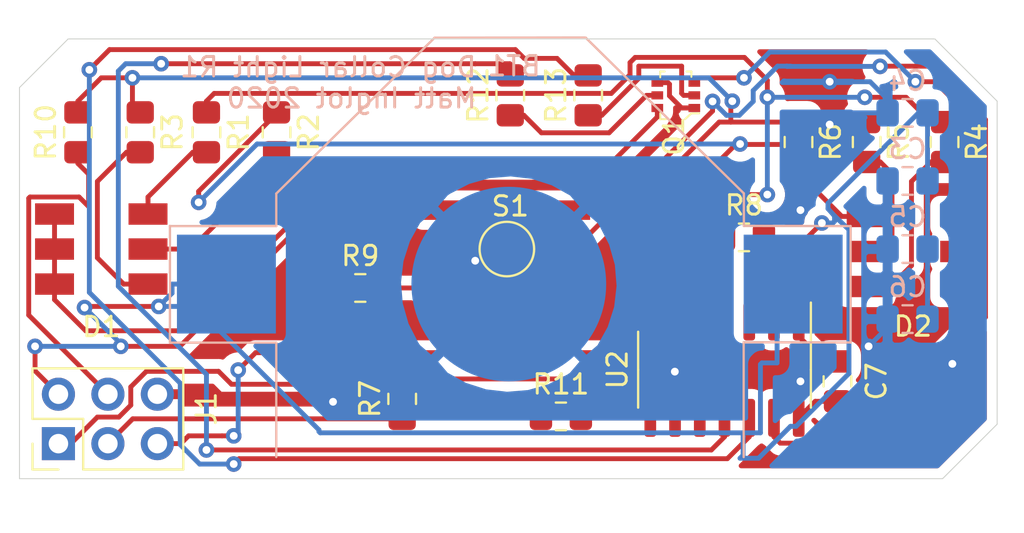
<source format=kicad_pcb>
(kicad_pcb (version 20171130) (host pcbnew "(5.1.7)-1")

  (general
    (thickness 1.6)
    (drawings 17)
    (tracks 307)
    (zones 0)
    (modules 25)
    (nets 30)
  )

  (page A4)
  (layers
    (0 F.Cu signal)
    (31 B.Cu signal hide)
    (32 B.Adhes user hide)
    (33 F.Adhes user hide)
    (34 B.Paste user hide)
    (35 F.Paste user hide)
    (36 B.SilkS user hide)
    (37 F.SilkS user)
    (38 B.Mask user hide)
    (39 F.Mask user)
    (40 Dwgs.User user hide)
    (41 Cmts.User user)
    (42 Eco1.User user)
    (43 Eco2.User user)
    (44 Edge.Cuts user)
    (45 Margin user)
    (46 B.CrtYd user hide)
    (47 F.CrtYd user)
    (48 B.Fab user hide)
    (49 F.Fab user hide)
  )

  (setup
    (last_trace_width 0.25)
    (trace_clearance 0.2)
    (zone_clearance 0.508)
    (zone_45_only no)
    (trace_min 0.2)
    (via_size 0.8)
    (via_drill 0.4)
    (via_min_size 0.4)
    (via_min_drill 0.3)
    (uvia_size 0.3)
    (uvia_drill 0.1)
    (uvias_allowed no)
    (uvia_min_size 0.2)
    (uvia_min_drill 0.1)
    (edge_width 0.05)
    (segment_width 0.2)
    (pcb_text_width 0.3)
    (pcb_text_size 1.5 1.5)
    (mod_edge_width 0.12)
    (mod_text_size 1 1)
    (mod_text_width 0.15)
    (pad_size 1.524 1.524)
    (pad_drill 0.762)
    (pad_to_mask_clearance 0.051)
    (solder_mask_min_width 0.25)
    (aux_axis_origin 0 0)
    (visible_elements 7FFFFFFF)
    (pcbplotparams
      (layerselection 0x010f0_ffffffff)
      (usegerberextensions false)
      (usegerberattributes false)
      (usegerberadvancedattributes false)
      (creategerberjobfile false)
      (excludeedgelayer true)
      (linewidth 0.100000)
      (plotframeref false)
      (viasonmask false)
      (mode 1)
      (useauxorigin false)
      (hpglpennumber 1)
      (hpglpenspeed 20)
      (hpglpendiameter 15.000000)
      (psnegative false)
      (psa4output false)
      (plotreference true)
      (plotvalue true)
      (plotinvisibletext false)
      (padsonsilk false)
      (subtractmaskfromsilk false)
      (outputformat 1)
      (mirror false)
      (drillshape 0)
      (scaleselection 1)
      (outputdirectory "PCB Export 1/"))
  )

  (net 0 "")
  (net 1 GND)
  (net 2 "Net-(D1-Pad5)")
  (net 3 "Net-(D1-Pad4)")
  (net 4 "Net-(D1-Pad6)")
  (net 5 "Net-(D1-Pad1)")
  (net 6 "Net-(D2-Pad1)")
  (net 7 "Net-(D2-Pad6)")
  (net 8 "Net-(D2-Pad4)")
  (net 9 "Net-(D2-Pad5)")
  (net 10 "Net-(J1-Pad1)")
  (net 11 "Net-(J1-Pad3)")
  (net 12 "Net-(J1-Pad4)")
  (net 13 "Net-(J1-Pad5)")
  (net 14 "Net-(Q1-Pad5)")
  (net 15 "Net-(Q1-Pad2)")
  (net 16 "Net-(R9-Pad2)")
  (net 17 "Net-(S1-Pad2)")
  (net 18 "Net-(U2-Pad2)")
  (net 19 "Net-(U2-Pad3)")
  (net 20 "Net-(U2-Pad10)")
  (net 21 /VCC)
  (net 22 /BLUE)
  (net 23 /GREEN)
  (net 24 /RED)
  (net 25 /SCK)
  (net 26 /MISO)
  (net 27 /Q1B)
  (net 28 /Q1A)
  (net 29 /SWITCH)

  (net_class Default "This is the default net class."
    (clearance 0.2)
    (trace_width 0.25)
    (via_dia 0.8)
    (via_drill 0.4)
    (uvia_dia 0.3)
    (uvia_drill 0.1)
    (add_net /BLUE)
    (add_net /GREEN)
    (add_net /MISO)
    (add_net /Q1A)
    (add_net /Q1B)
    (add_net /RED)
    (add_net /SCK)
    (add_net /SWITCH)
    (add_net /VCC)
    (add_net GND)
    (add_net "Net-(D1-Pad1)")
    (add_net "Net-(D1-Pad4)")
    (add_net "Net-(D1-Pad5)")
    (add_net "Net-(D1-Pad6)")
    (add_net "Net-(D2-Pad1)")
    (add_net "Net-(D2-Pad4)")
    (add_net "Net-(D2-Pad5)")
    (add_net "Net-(D2-Pad6)")
    (add_net "Net-(J1-Pad1)")
    (add_net "Net-(J1-Pad3)")
    (add_net "Net-(J1-Pad4)")
    (add_net "Net-(J1-Pad5)")
    (add_net "Net-(Q1-Pad2)")
    (add_net "Net-(Q1-Pad5)")
    (add_net "Net-(R9-Pad2)")
    (add_net "Net-(S1-Pad2)")
    (add_net "Net-(U2-Pad10)")
    (add_net "Net-(U2-Pad2)")
    (add_net "Net-(U2-Pad3)")
  )

  (module Package_SO:SOIC-14_3.9x8.7mm_P1.27mm (layer F.Cu) (tedit 5D9F72B1) (tstamp 5E36740B)
    (at 192.2 120.2 270)
    (descr "SOIC, 14 Pin (JEDEC MS-012AB, https://www.analog.com/media/en/package-pcb-resources/package/pkg_pdf/soic_narrow-r/r_14.pdf), generated with kicad-footprint-generator ipc_gullwing_generator.py")
    (tags "SOIC SO")
    (path /5E094723)
    (attr smd)
    (fp_text reference U2 (at 0 5.5 90) (layer F.SilkS)
      (effects (font (size 1 1) (thickness 0.15)))
    )
    (fp_text value ATtiny84A-SSU (at 0 5.28 90) (layer F.Fab)
      (effects (font (size 1 1) (thickness 0.15)))
    )
    (fp_line (start 0 4.435) (end 1.95 4.435) (layer F.SilkS) (width 0.12))
    (fp_line (start 0 4.435) (end -1.95 4.435) (layer F.SilkS) (width 0.12))
    (fp_line (start 0 -4.435) (end 1.95 -4.435) (layer F.SilkS) (width 0.12))
    (fp_line (start 0 -4.435) (end -3.45 -4.435) (layer F.SilkS) (width 0.12))
    (fp_line (start -0.975 -4.325) (end 1.95 -4.325) (layer F.Fab) (width 0.1))
    (fp_line (start 1.95 -4.325) (end 1.95 4.325) (layer F.Fab) (width 0.1))
    (fp_line (start 1.95 4.325) (end -1.95 4.325) (layer F.Fab) (width 0.1))
    (fp_line (start -1.95 4.325) (end -1.95 -3.35) (layer F.Fab) (width 0.1))
    (fp_line (start -1.95 -3.35) (end -0.975 -4.325) (layer F.Fab) (width 0.1))
    (fp_line (start -3.7 -4.58) (end -3.7 4.58) (layer F.CrtYd) (width 0.05))
    (fp_line (start -3.7 4.58) (end 3.7 4.58) (layer F.CrtYd) (width 0.05))
    (fp_line (start 3.7 4.58) (end 3.7 -4.58) (layer F.CrtYd) (width 0.05))
    (fp_line (start 3.7 -4.58) (end -3.7 -4.58) (layer F.CrtYd) (width 0.05))
    (fp_text user %R (at 0 0 90) (layer F.Fab)
      (effects (font (size 0.98 0.98) (thickness 0.15)))
    )
    (pad 14 smd roundrect (at 2.475 -3.81 270) (size 1.95 0.6) (layers F.Cu F.Paste F.Mask) (roundrect_rratio 0.25)
      (net 1 GND))
    (pad 13 smd roundrect (at 2.475 -2.54 270) (size 1.95 0.6) (layers F.Cu F.Paste F.Mask) (roundrect_rratio 0.25)
      (net 29 /SWITCH))
    (pad 12 smd roundrect (at 2.475 -1.27 270) (size 1.95 0.6) (layers F.Cu F.Paste F.Mask) (roundrect_rratio 0.25)
      (net 28 /Q1A))
    (pad 11 smd roundrect (at 2.475 0 270) (size 1.95 0.6) (layers F.Cu F.Paste F.Mask) (roundrect_rratio 0.25)
      (net 27 /Q1B))
    (pad 10 smd roundrect (at 2.475 1.27 270) (size 1.95 0.6) (layers F.Cu F.Paste F.Mask) (roundrect_rratio 0.25)
      (net 20 "Net-(U2-Pad10)"))
    (pad 9 smd roundrect (at 2.475 2.54 270) (size 1.95 0.6) (layers F.Cu F.Paste F.Mask) (roundrect_rratio 0.25)
      (net 25 /SCK))
    (pad 8 smd roundrect (at 2.475 3.81 270) (size 1.95 0.6) (layers F.Cu F.Paste F.Mask) (roundrect_rratio 0.25)
      (net 26 /MISO))
    (pad 7 smd roundrect (at -2.475 3.81 270) (size 1.95 0.6) (layers F.Cu F.Paste F.Mask) (roundrect_rratio 0.25)
      (net 24 /RED))
    (pad 6 smd roundrect (at -2.475 2.54 270) (size 1.95 0.6) (layers F.Cu F.Paste F.Mask) (roundrect_rratio 0.25)
      (net 23 /GREEN))
    (pad 5 smd roundrect (at -2.475 1.27 270) (size 1.95 0.6) (layers F.Cu F.Paste F.Mask) (roundrect_rratio 0.25)
      (net 22 /BLUE))
    (pad 4 smd roundrect (at -2.475 0 270) (size 1.95 0.6) (layers F.Cu F.Paste F.Mask) (roundrect_rratio 0.25)
      (net 13 "Net-(J1-Pad5)"))
    (pad 3 smd roundrect (at -2.475 -1.27 270) (size 1.95 0.6) (layers F.Cu F.Paste F.Mask) (roundrect_rratio 0.25)
      (net 19 "Net-(U2-Pad3)"))
    (pad 2 smd roundrect (at -2.475 -2.54 270) (size 1.95 0.6) (layers F.Cu F.Paste F.Mask) (roundrect_rratio 0.25)
      (net 18 "Net-(U2-Pad2)"))
    (pad 1 smd roundrect (at -2.475 -3.81 270) (size 1.95 0.6) (layers F.Cu F.Paste F.Mask) (roundrect_rratio 0.25)
      (net 21 /VCC))
    (model ${KISYS3DMOD}/Package_SO.3dshapes/SOIC-14_3.9x8.7mm_P1.27mm.wrl
      (at (xyz 0 0 0))
      (scale (xyz 1 1 1))
      (rotate (xyz 0 0 0))
    )
  )

  (module mi-footprint:BatteryHolder_Keystone_3024 (layer B.Cu) (tedit 5E4095D5) (tstamp 5E3DDB64)
    (at 181.125 115.8)
    (path /5E13D925)
    (fp_text reference BT1 (at 0.275 -11.2) (layer B.SilkS)
      (effects (font (size 1 1) (thickness 0.15)) (justify mirror))
    )
    (fp_text value 2xCR2032 (at 0.01 -14.43) (layer B.Fab)
      (effects (font (size 1 1) (thickness 0.15)) (justify mirror))
    )
    (fp_line (start -11.94 3) (end -17.4 3) (layer B.CrtYd) (width 0.12))
    (fp_line (start -17.4 3) (end -17.4 -2.98) (layer B.CrtYd) (width 0.12))
    (fp_line (start -17.4 -2.98) (end -11.94 -2.98) (layer B.CrtYd) (width 0.12))
    (fp_line (start -11.94 -2.98) (end -11.94 -4.65) (layer B.CrtYd) (width 0.12))
    (fp_circle (center 0 0) (end -0.127 10.414) (layer Dwgs.User) (width 0.12))
    (fp_line (start -3.82 -12.65) (end -11.94 -4.65) (layer B.CrtYd) (width 0.12))
    (fp_line (start 3.95 -12.66) (end 12.07 -4.66) (layer B.CrtYd) (width 0.12))
    (fp_line (start 12.07 -2.99) (end 12.07 -4.66) (layer B.CrtYd) (width 0.12))
    (fp_line (start 17.55 2.99) (end 17.55 -2.99) (layer B.CrtYd) (width 0.12))
    (fp_line (start 12.07 2.99) (end 17.55 2.99) (layer B.CrtYd) (width 0.12))
    (fp_line (start 17.55 -2.99) (end 12.07 -2.99) (layer B.CrtYd) (width 0.12))
    (fp_line (start 17.55 3) (end 17.55 -2.98) (layer B.SilkS) (width 0.12))
    (fp_line (start 17.55 -2.98) (end 12.07 -2.99) (layer B.SilkS) (width 0.12))
    (fp_line (start 12.07 -2.99) (end 12.07 -4.66) (layer B.SilkS) (width 0.12))
    (fp_line (start 12.07 -4.66) (end 3.94 -12.67) (layer B.SilkS) (width 0.12))
    (fp_line (start 3.94 -12.67) (end -3.81 -12.66) (layer B.SilkS) (width 0.12))
    (fp_line (start -3.81 -12.66) (end -11.94 -4.65) (layer B.SilkS) (width 0.12))
    (fp_line (start -11.94 -4.65) (end -11.94 -2.98) (layer B.SilkS) (width 0.12))
    (fp_line (start -11.94 -2.98) (end -17.4 -2.98) (layer B.SilkS) (width 0.12))
    (fp_line (start -17.4 -2.99) (end -17.4 3) (layer B.SilkS) (width 0.12))
    (fp_line (start -17.4 3.01) (end -11.94 3.01) (layer B.SilkS) (width 0.12))
    (fp_line (start -11.94 3.01) (end -11.94 8.89) (layer B.SilkS) (width 0.12))
    (fp_line (start 12.06 8.89) (end 12.06 2.99) (layer B.SilkS) (width 0.12))
    (fp_line (start 12.06 2.99) (end 17.55 3) (layer B.SilkS) (width 0.12))
    (fp_line (start -11.92 8.9) (end 12.05 8.89) (layer B.CrtYd) (width 0.12))
    (fp_line (start 12.07 2.99) (end 12.05 8.89) (layer B.CrtYd) (width 0.12))
    (fp_line (start 3.95 -12.66) (end -3.82 -12.65) (layer B.CrtYd) (width 0.12))
    (fp_line (start -11.92 8.9) (end -11.94 3) (layer B.CrtYd) (width 0.12))
    (pad 1 smd rect (at 14.6 0) (size 5.08 5.08) (layers B.Cu B.Paste B.Mask)
      (net 21 /VCC))
    (pad 1 smd rect (at -14.5 0) (size 5.08 5.08) (layers B.Cu B.Paste B.Mask)
      (net 21 /VCC))
    (pad 2 smd circle (at 0 0) (size 10 10) (layers B.Cu B.Paste B.Mask)
      (net 1 GND))
  )

  (module Capacitor_SMD:C_0805_2012Metric_Pad1.15x1.40mm_HandSolder (layer B.Cu) (tedit 5B36C52B) (tstamp 5E363EFD)
    (at 201.6 110.5 180)
    (descr "Capacitor SMD 0805 (2012 Metric), square (rectangular) end terminal, IPC_7351 nominal with elongated pad for handsoldering. (Body size source: https://docs.google.com/spreadsheets/d/1BsfQQcO9C6DZCsRaXUlFlo91Tg2WpOkGARC1WS5S8t0/edit?usp=sharing), generated with kicad-footprint-generator")
    (tags "capacitor handsolder")
    (path /5E1B6C74)
    (attr smd)
    (fp_text reference C3 (at 0 1.65) (layer B.SilkS)
      (effects (font (size 1 1) (thickness 0.15)) (justify mirror))
    )
    (fp_text value 22uF (at 0 -1.65) (layer B.Fab)
      (effects (font (size 1 1) (thickness 0.15)) (justify mirror))
    )
    (fp_line (start -1 -0.6) (end -1 0.6) (layer B.Fab) (width 0.1))
    (fp_line (start -1 0.6) (end 1 0.6) (layer B.Fab) (width 0.1))
    (fp_line (start 1 0.6) (end 1 -0.6) (layer B.Fab) (width 0.1))
    (fp_line (start 1 -0.6) (end -1 -0.6) (layer B.Fab) (width 0.1))
    (fp_line (start -0.261252 0.71) (end 0.261252 0.71) (layer B.SilkS) (width 0.12))
    (fp_line (start -0.261252 -0.71) (end 0.261252 -0.71) (layer B.SilkS) (width 0.12))
    (fp_line (start -1.85 -0.95) (end -1.85 0.95) (layer B.CrtYd) (width 0.05))
    (fp_line (start -1.85 0.95) (end 1.85 0.95) (layer B.CrtYd) (width 0.05))
    (fp_line (start 1.85 0.95) (end 1.85 -0.95) (layer B.CrtYd) (width 0.05))
    (fp_line (start 1.85 -0.95) (end -1.85 -0.95) (layer B.CrtYd) (width 0.05))
    (fp_text user %R (at 0 0) (layer B.Fab)
      (effects (font (size 0.5 0.5) (thickness 0.08)) (justify mirror))
    )
    (pad 2 smd roundrect (at 1.025 0 180) (size 1.15 1.4) (layers B.Cu B.Paste B.Mask) (roundrect_rratio 0.217391)
      (net 1 GND))
    (pad 1 smd roundrect (at -1.025 0 180) (size 1.15 1.4) (layers B.Cu B.Paste B.Mask) (roundrect_rratio 0.217391)
      (net 21 /VCC))
    (model ${KISYS3DMOD}/Capacitor_SMD.3dshapes/C_0805_2012Metric.wrl
      (at (xyz 0 0 0))
      (scale (xyz 1 1 1))
      (rotate (xyz 0 0 0))
    )
  )

  (module Capacitor_SMD:C_0805_2012Metric_Pad1.15x1.40mm_HandSolder (layer B.Cu) (tedit 5B36C52B) (tstamp 5E363F0E)
    (at 201.6 107 180)
    (descr "Capacitor SMD 0805 (2012 Metric), square (rectangular) end terminal, IPC_7351 nominal with elongated pad for handsoldering. (Body size source: https://docs.google.com/spreadsheets/d/1BsfQQcO9C6DZCsRaXUlFlo91Tg2WpOkGARC1WS5S8t0/edit?usp=sharing), generated with kicad-footprint-generator")
    (tags "capacitor handsolder")
    (path /5E1B6C67)
    (attr smd)
    (fp_text reference C4 (at 0 1.65 180) (layer B.SilkS)
      (effects (font (size 1 1) (thickness 0.15)) (justify mirror))
    )
    (fp_text value 22uF (at 0 -1.65 180) (layer B.Fab)
      (effects (font (size 1 1) (thickness 0.15)) (justify mirror))
    )
    (fp_line (start -1 -0.6) (end -1 0.6) (layer B.Fab) (width 0.1))
    (fp_line (start -1 0.6) (end 1 0.6) (layer B.Fab) (width 0.1))
    (fp_line (start 1 0.6) (end 1 -0.6) (layer B.Fab) (width 0.1))
    (fp_line (start 1 -0.6) (end -1 -0.6) (layer B.Fab) (width 0.1))
    (fp_line (start -0.261252 0.71) (end 0.261252 0.71) (layer B.SilkS) (width 0.12))
    (fp_line (start -0.261252 -0.71) (end 0.261252 -0.71) (layer B.SilkS) (width 0.12))
    (fp_line (start -1.85 -0.95) (end -1.85 0.95) (layer B.CrtYd) (width 0.05))
    (fp_line (start -1.85 0.95) (end 1.85 0.95) (layer B.CrtYd) (width 0.05))
    (fp_line (start 1.85 0.95) (end 1.85 -0.95) (layer B.CrtYd) (width 0.05))
    (fp_line (start 1.85 -0.95) (end -1.85 -0.95) (layer B.CrtYd) (width 0.05))
    (fp_text user %R (at 0 0 180) (layer B.Fab)
      (effects (font (size 0.5 0.5) (thickness 0.08)) (justify mirror))
    )
    (pad 2 smd roundrect (at 1.025 0 180) (size 1.15 1.4) (layers B.Cu B.Paste B.Mask) (roundrect_rratio 0.217391)
      (net 1 GND))
    (pad 1 smd roundrect (at -1.025 0 180) (size 1.15 1.4) (layers B.Cu B.Paste B.Mask) (roundrect_rratio 0.217391)
      (net 21 /VCC))
    (model ${KISYS3DMOD}/Capacitor_SMD.3dshapes/C_0805_2012Metric.wrl
      (at (xyz 0 0 0))
      (scale (xyz 1 1 1))
      (rotate (xyz 0 0 0))
    )
  )

  (module Capacitor_SMD:C_0805_2012Metric_Pad1.15x1.40mm_HandSolder (layer B.Cu) (tedit 5B36C52B) (tstamp 5E3DDDEA)
    (at 201.6 114 180)
    (descr "Capacitor SMD 0805 (2012 Metric), square (rectangular) end terminal, IPC_7351 nominal with elongated pad for handsoldering. (Body size source: https://docs.google.com/spreadsheets/d/1BsfQQcO9C6DZCsRaXUlFlo91Tg2WpOkGARC1WS5S8t0/edit?usp=sharing), generated with kicad-footprint-generator")
    (tags "capacitor handsolder")
    (path /5E19756E)
    (attr smd)
    (fp_text reference C5 (at 0 1.65) (layer B.SilkS)
      (effects (font (size 1 1) (thickness 0.15)) (justify mirror))
    )
    (fp_text value 22uF (at 0 -1.65) (layer B.Fab)
      (effects (font (size 1 1) (thickness 0.15)) (justify mirror))
    )
    (fp_line (start -1 -0.6) (end -1 0.6) (layer B.Fab) (width 0.1))
    (fp_line (start -1 0.6) (end 1 0.6) (layer B.Fab) (width 0.1))
    (fp_line (start 1 0.6) (end 1 -0.6) (layer B.Fab) (width 0.1))
    (fp_line (start 1 -0.6) (end -1 -0.6) (layer B.Fab) (width 0.1))
    (fp_line (start -0.261252 0.71) (end 0.261252 0.71) (layer B.SilkS) (width 0.12))
    (fp_line (start -0.261252 -0.71) (end 0.261252 -0.71) (layer B.SilkS) (width 0.12))
    (fp_line (start -1.85 -0.95) (end -1.85 0.95) (layer B.CrtYd) (width 0.05))
    (fp_line (start -1.85 0.95) (end 1.85 0.95) (layer B.CrtYd) (width 0.05))
    (fp_line (start 1.85 0.95) (end 1.85 -0.95) (layer B.CrtYd) (width 0.05))
    (fp_line (start 1.85 -0.95) (end -1.85 -0.95) (layer B.CrtYd) (width 0.05))
    (fp_text user %R (at 0 0) (layer B.Fab)
      (effects (font (size 0.5 0.5) (thickness 0.08)) (justify mirror))
    )
    (pad 2 smd roundrect (at 1.025 0 180) (size 1.15 1.4) (layers B.Cu B.Paste B.Mask) (roundrect_rratio 0.217391)
      (net 1 GND))
    (pad 1 smd roundrect (at -1.025 0 180) (size 1.15 1.4) (layers B.Cu B.Paste B.Mask) (roundrect_rratio 0.217391)
      (net 21 /VCC))
    (model ${KISYS3DMOD}/Capacitor_SMD.3dshapes/C_0805_2012Metric.wrl
      (at (xyz 0 0 0))
      (scale (xyz 1 1 1))
      (rotate (xyz 0 0 0))
    )
  )

  (module Capacitor_SMD:C_0805_2012Metric_Pad1.15x1.40mm_HandSolder (layer B.Cu) (tedit 5B36C52B) (tstamp 5E363F30)
    (at 201.6 117.6 180)
    (descr "Capacitor SMD 0805 (2012 Metric), square (rectangular) end terminal, IPC_7351 nominal with elongated pad for handsoldering. (Body size source: https://docs.google.com/spreadsheets/d/1BsfQQcO9C6DZCsRaXUlFlo91Tg2WpOkGARC1WS5S8t0/edit?usp=sharing), generated with kicad-footprint-generator")
    (tags "capacitor handsolder")
    (path /5E068868)
    (attr smd)
    (fp_text reference C6 (at 0 1.65) (layer B.SilkS)
      (effects (font (size 1 1) (thickness 0.15)) (justify mirror))
    )
    (fp_text value 22uF (at 0 -1.65) (layer B.Fab)
      (effects (font (size 1 1) (thickness 0.15)) (justify mirror))
    )
    (fp_line (start -1 -0.6) (end -1 0.6) (layer B.Fab) (width 0.1))
    (fp_line (start -1 0.6) (end 1 0.6) (layer B.Fab) (width 0.1))
    (fp_line (start 1 0.6) (end 1 -0.6) (layer B.Fab) (width 0.1))
    (fp_line (start 1 -0.6) (end -1 -0.6) (layer B.Fab) (width 0.1))
    (fp_line (start -0.261252 0.71) (end 0.261252 0.71) (layer B.SilkS) (width 0.12))
    (fp_line (start -0.261252 -0.71) (end 0.261252 -0.71) (layer B.SilkS) (width 0.12))
    (fp_line (start -1.85 -0.95) (end -1.85 0.95) (layer B.CrtYd) (width 0.05))
    (fp_line (start -1.85 0.95) (end 1.85 0.95) (layer B.CrtYd) (width 0.05))
    (fp_line (start 1.85 0.95) (end 1.85 -0.95) (layer B.CrtYd) (width 0.05))
    (fp_line (start 1.85 -0.95) (end -1.85 -0.95) (layer B.CrtYd) (width 0.05))
    (fp_text user %R (at 0 0) (layer B.Fab)
      (effects (font (size 0.5 0.5) (thickness 0.08)) (justify mirror))
    )
    (pad 2 smd roundrect (at 1.025 0 180) (size 1.15 1.4) (layers B.Cu B.Paste B.Mask) (roundrect_rratio 0.217391)
      (net 1 GND))
    (pad 1 smd roundrect (at -1.025 0 180) (size 1.15 1.4) (layers B.Cu B.Paste B.Mask) (roundrect_rratio 0.217391)
      (net 21 /VCC))
    (model ${KISYS3DMOD}/Capacitor_SMD.3dshapes/C_0805_2012Metric.wrl
      (at (xyz 0 0 0))
      (scale (xyz 1 1 1))
      (rotate (xyz 0 0 0))
    )
  )

  (module Capacitor_SMD:C_0805_2012Metric_Pad1.15x1.40mm_HandSolder (layer F.Cu) (tedit 5B36C52B) (tstamp 5E363F41)
    (at 198 120.8 90)
    (descr "Capacitor SMD 0805 (2012 Metric), square (rectangular) end terminal, IPC_7351 nominal with elongated pad for handsoldering. (Body size source: https://docs.google.com/spreadsheets/d/1BsfQQcO9C6DZCsRaXUlFlo91Tg2WpOkGARC1WS5S8t0/edit?usp=sharing), generated with kicad-footprint-generator")
    (tags "capacitor handsolder")
    (path /5E09C2B2)
    (attr smd)
    (fp_text reference C7 (at 0 2 90) (layer F.SilkS)
      (effects (font (size 1 1) (thickness 0.15)))
    )
    (fp_text value 0.1uF (at 0 1.65 90) (layer F.Fab)
      (effects (font (size 1 1) (thickness 0.15)))
    )
    (fp_line (start -1 0.6) (end -1 -0.6) (layer F.Fab) (width 0.1))
    (fp_line (start -1 -0.6) (end 1 -0.6) (layer F.Fab) (width 0.1))
    (fp_line (start 1 -0.6) (end 1 0.6) (layer F.Fab) (width 0.1))
    (fp_line (start 1 0.6) (end -1 0.6) (layer F.Fab) (width 0.1))
    (fp_line (start -0.261252 -0.71) (end 0.261252 -0.71) (layer F.SilkS) (width 0.12))
    (fp_line (start -0.261252 0.71) (end 0.261252 0.71) (layer F.SilkS) (width 0.12))
    (fp_line (start -1.85 0.95) (end -1.85 -0.95) (layer F.CrtYd) (width 0.05))
    (fp_line (start -1.85 -0.95) (end 1.85 -0.95) (layer F.CrtYd) (width 0.05))
    (fp_line (start 1.85 -0.95) (end 1.85 0.95) (layer F.CrtYd) (width 0.05))
    (fp_line (start 1.85 0.95) (end -1.85 0.95) (layer F.CrtYd) (width 0.05))
    (fp_text user %R (at 0 0 90) (layer F.Fab)
      (effects (font (size 0.5 0.5) (thickness 0.08)))
    )
    (pad 2 smd roundrect (at 1.025 0 90) (size 1.15 1.4) (layers F.Cu F.Paste F.Mask) (roundrect_rratio 0.217391)
      (net 21 /VCC))
    (pad 1 smd roundrect (at -1.025 0 90) (size 1.15 1.4) (layers F.Cu F.Paste F.Mask) (roundrect_rratio 0.217391)
      (net 1 GND))
    (model ${KISYS3DMOD}/Capacitor_SMD.3dshapes/C_0805_2012Metric.wrl
      (at (xyz 0 0 0))
      (scale (xyz 1 1 1))
      (rotate (xyz 0 0 0))
    )
  )

  (module mi-footprint:LED_Cree-SLV6A (layer F.Cu) (tedit 5E4094AF) (tstamp 5E363F5B)
    (at 160.2 114)
    (path /5E0D15DF)
    (fp_text reference D1 (at 0 4) (layer F.SilkS)
      (effects (font (size 1 1) (thickness 0.15)))
    )
    (fp_text value LED_RGB (at 0.2 -3.6) (layer F.Fab)
      (effects (font (size 1 1) (thickness 0.15)))
    )
    (fp_line (start -2.65 -2.65) (end 0.5 -2.65) (layer Dwgs.User) (width 0.12))
    (fp_line (start -2.65 2.65) (end -2.65 -2.65) (layer Dwgs.User) (width 0.12))
    (fp_line (start 0 2.65) (end -2.65 2.65) (layer Dwgs.User) (width 0.12))
    (fp_line (start 2.65 2.65) (end 0 2.65) (layer Dwgs.User) (width 0.12))
    (fp_line (start 2.65 0) (end 2.65 2.65) (layer Dwgs.User) (width 0.12))
    (fp_line (start 2.65 -2.65) (end 2.65 0) (layer Dwgs.User) (width 0.12))
    (fp_line (start 0 -2.65) (end 2.65 -2.65) (layer Dwgs.User) (width 0.12))
    (fp_line (start 3.6 -2.9) (end 3.6 2.9) (layer F.CrtYd) (width 0.12))
    (fp_line (start 3.6 -2.9) (end -3.6 -2.9) (layer F.CrtYd) (width 0.12))
    (fp_line (start 3.6 2.9) (end -3.6 2.9) (layer F.CrtYd) (width 0.12))
    (fp_line (start -3.6 -2.9) (end -3.6 2.9) (layer F.CrtYd) (width 0.12))
    (pad 3 smd rect (at -2.4 1.8) (size 2 1.1) (layers F.Cu F.Paste F.Mask)
      (net 5 "Net-(D1-Pad1)"))
    (pad 2 smd rect (at -2.4 0) (size 2 1.1) (layers F.Cu F.Paste F.Mask)
      (net 5 "Net-(D1-Pad1)"))
    (pad 1 smd rect (at -2.4 -1.8) (size 2 1.1) (layers F.Cu F.Paste F.Mask)
      (net 5 "Net-(D1-Pad1)"))
    (pad 6 smd rect (at 2.4 -1.8) (size 2 1.1) (layers F.Cu F.Paste F.Mask)
      (net 4 "Net-(D1-Pad6)"))
    (pad 4 smd rect (at 2.4 1.8) (size 2 1.1) (layers F.Cu F.Paste F.Mask)
      (net 3 "Net-(D1-Pad4)"))
    (pad 5 smd rect (at 2.4 0) (size 2 1.1) (layers F.Cu F.Paste F.Mask)
      (net 2 "Net-(D1-Pad5)"))
  )

  (module mi-footprint:LED_Cree-SLV6A (layer F.Cu) (tedit 5E4094AF) (tstamp 5E363F75)
    (at 201.875 114.125 180)
    (path /5E0D80C6)
    (fp_text reference D2 (at 0 -3.85) (layer F.SilkS)
      (effects (font (size 1 1) (thickness 0.15)))
    )
    (fp_text value LED_RGB (at 0 3.875) (layer F.Fab)
      (effects (font (size 1 1) (thickness 0.15)))
    )
    (fp_line (start -2.65 -2.65) (end 0.5 -2.65) (layer Dwgs.User) (width 0.12))
    (fp_line (start -2.65 2.65) (end -2.65 -2.65) (layer Dwgs.User) (width 0.12))
    (fp_line (start 0 2.65) (end -2.65 2.65) (layer Dwgs.User) (width 0.12))
    (fp_line (start 2.65 2.65) (end 0 2.65) (layer Dwgs.User) (width 0.12))
    (fp_line (start 2.65 0) (end 2.65 2.65) (layer Dwgs.User) (width 0.12))
    (fp_line (start 2.65 -2.65) (end 2.65 0) (layer Dwgs.User) (width 0.12))
    (fp_line (start 0 -2.65) (end 2.65 -2.65) (layer Dwgs.User) (width 0.12))
    (fp_line (start 3.6 -2.9) (end 3.6 2.9) (layer F.CrtYd) (width 0.12))
    (fp_line (start 3.6 -2.9) (end -3.6 -2.9) (layer F.CrtYd) (width 0.12))
    (fp_line (start 3.6 2.9) (end -3.6 2.9) (layer F.CrtYd) (width 0.12))
    (fp_line (start -3.6 -2.9) (end -3.6 2.9) (layer F.CrtYd) (width 0.12))
    (pad 3 smd rect (at -2.4 1.8 180) (size 2 1.1) (layers F.Cu F.Paste F.Mask)
      (net 6 "Net-(D2-Pad1)"))
    (pad 2 smd rect (at -2.4 0 180) (size 2 1.1) (layers F.Cu F.Paste F.Mask)
      (net 6 "Net-(D2-Pad1)"))
    (pad 1 smd rect (at -2.4 -1.8 180) (size 2 1.1) (layers F.Cu F.Paste F.Mask)
      (net 6 "Net-(D2-Pad1)"))
    (pad 6 smd rect (at 2.4 -1.8 180) (size 2 1.1) (layers F.Cu F.Paste F.Mask)
      (net 7 "Net-(D2-Pad6)"))
    (pad 4 smd rect (at 2.4 1.8 180) (size 2 1.1) (layers F.Cu F.Paste F.Mask)
      (net 8 "Net-(D2-Pad4)"))
    (pad 5 smd rect (at 2.4 0 180) (size 2 1.1) (layers F.Cu F.Paste F.Mask)
      (net 9 "Net-(D2-Pad5)"))
  )

  (module digikey-footprints:SOT-363 (layer F.Cu) (tedit 5D28A631) (tstamp 5E363FB3)
    (at 189.7 106.1 90)
    (path /5E0EF1FB)
    (attr smd)
    (fp_text reference Q1 (at -2.1 -0.1 90) (layer F.SilkS)
      (effects (font (size 1 1) (thickness 0.15)))
    )
    (fp_text value MBT3904DW1T1G (at 0 2.325 90) (layer F.Fab)
      (effects (font (size 1 1) (thickness 0.15)))
    )
    (fp_line (start -1.4 1.5) (end -1.4 -1.5) (layer F.CrtYd) (width 0.05))
    (fp_line (start 1.4 1.5) (end -1.4 1.5) (layer F.CrtYd) (width 0.05))
    (fp_line (start 1.4 -1.5) (end 1.4 1.5) (layer F.CrtYd) (width 0.05))
    (fp_line (start -1.4 -1.5) (end 1.4 -1.5) (layer F.CrtYd) (width 0.05))
    (fp_line (start -1.225 0.475) (end -0.925 0.8) (layer F.SilkS) (width 0.1))
    (fp_line (start -0.925 0.8) (end -0.925 1.2) (layer F.SilkS) (width 0.1))
    (fp_line (start -0.875 0.675) (end 1.1 0.675) (layer F.Fab) (width 0.1))
    (fp_line (start -1.1 0.425) (end -1.1 -0.675) (layer F.Fab) (width 0.1))
    (fp_line (start -1.1 0.425) (end -0.875 0.675) (layer F.Fab) (width 0.1))
    (fp_line (start -0.925 -0.8) (end -1.225 -0.8) (layer F.SilkS) (width 0.1))
    (fp_line (start -1.225 -0.8) (end -1.225 -0.5) (layer F.SilkS) (width 0.1))
    (fp_line (start 0.95 0.8) (end 1.225 0.8) (layer F.SilkS) (width 0.1))
    (fp_line (start 1.225 0.8) (end 1.225 0.55) (layer F.SilkS) (width 0.1))
    (fp_line (start 0.925 -0.8) (end 1.225 -0.8) (layer F.SilkS) (width 0.1))
    (fp_line (start 1.225 -0.8) (end 1.225 -0.575) (layer F.SilkS) (width 0.1))
    (fp_line (start 1.1 -0.675) (end 1.1 0.675) (layer F.Fab) (width 0.1))
    (fp_line (start -1.1 -0.675) (end 1.1 -0.675) (layer F.Fab) (width 0.1))
    (fp_text user %R (at -0.05 0 90) (layer F.Fab)
      (effects (font (size 0.4 0.4) (thickness 0.04)))
    )
    (pad 3 smd rect (at 0.65 0.95 90) (size 0.42 0.6) (layers F.Cu F.Paste F.Mask)
      (net 6 "Net-(D2-Pad1)"))
    (pad 2 smd rect (at 0 0.95 90) (size 0.42 0.6) (layers F.Cu F.Paste F.Mask)
      (net 15 "Net-(Q1-Pad2)"))
    (pad 1 smd rect (at -0.65 0.95 90) (size 0.42 0.6) (layers F.Cu F.Paste F.Mask)
      (net 1 GND))
    (pad 4 smd rect (at 0.65 -0.95 90) (size 0.42 0.6) (layers F.Cu F.Paste F.Mask)
      (net 1 GND))
    (pad 5 smd rect (at 0 -0.95 90) (size 0.42 0.6) (layers F.Cu F.Paste F.Mask)
      (net 14 "Net-(Q1-Pad5)"))
    (pad 6 smd rect (at -0.65 -0.95 90) (size 0.42 0.6) (layers F.Cu F.Paste F.Mask)
      (net 5 "Net-(D1-Pad1)"))
  )

  (module Resistor_SMD:R_0805_2012Metric_Pad1.15x1.40mm_HandSolder (layer F.Cu) (tedit 5B36C52B) (tstamp 5E3DFF36)
    (at 165.6 108 270)
    (descr "Resistor SMD 0805 (2012 Metric), square (rectangular) end terminal, IPC_7351 nominal with elongated pad for handsoldering. (Body size source: https://docs.google.com/spreadsheets/d/1BsfQQcO9C6DZCsRaXUlFlo91Tg2WpOkGARC1WS5S8t0/edit?usp=sharing), generated with kicad-footprint-generator")
    (tags "resistor handsolder")
    (path /5E0D9700)
    (attr smd)
    (fp_text reference R1 (at 0 -1.65 90) (layer F.SilkS)
      (effects (font (size 1 1) (thickness 0.15)))
    )
    (fp_text value 100 (at 0 1.65 90) (layer F.Fab)
      (effects (font (size 1 1) (thickness 0.15)))
    )
    (fp_line (start -1 0.6) (end -1 -0.6) (layer F.Fab) (width 0.1))
    (fp_line (start -1 -0.6) (end 1 -0.6) (layer F.Fab) (width 0.1))
    (fp_line (start 1 -0.6) (end 1 0.6) (layer F.Fab) (width 0.1))
    (fp_line (start 1 0.6) (end -1 0.6) (layer F.Fab) (width 0.1))
    (fp_line (start -0.261252 -0.71) (end 0.261252 -0.71) (layer F.SilkS) (width 0.12))
    (fp_line (start -0.261252 0.71) (end 0.261252 0.71) (layer F.SilkS) (width 0.12))
    (fp_line (start -1.85 0.95) (end -1.85 -0.95) (layer F.CrtYd) (width 0.05))
    (fp_line (start -1.85 -0.95) (end 1.85 -0.95) (layer F.CrtYd) (width 0.05))
    (fp_line (start 1.85 -0.95) (end 1.85 0.95) (layer F.CrtYd) (width 0.05))
    (fp_line (start 1.85 0.95) (end -1.85 0.95) (layer F.CrtYd) (width 0.05))
    (fp_text user %R (at 0 0 90) (layer F.Fab)
      (effects (font (size 0.5 0.5) (thickness 0.08)))
    )
    (pad 2 smd roundrect (at 1.025 0 270) (size 1.15 1.4) (layers F.Cu F.Paste F.Mask) (roundrect_rratio 0.217391)
      (net 4 "Net-(D1-Pad6)"))
    (pad 1 smd roundrect (at -1.025 0 270) (size 1.15 1.4) (layers F.Cu F.Paste F.Mask) (roundrect_rratio 0.217391)
      (net 22 /BLUE))
    (model ${KISYS3DMOD}/Resistor_SMD.3dshapes/R_0805_2012Metric.wrl
      (at (xyz 0 0 0))
      (scale (xyz 1 1 1))
      (rotate (xyz 0 0 0))
    )
  )

  (module Resistor_SMD:R_0805_2012Metric_Pad1.15x1.40mm_HandSolder (layer F.Cu) (tedit 5B36C52B) (tstamp 5E3DFE0F)
    (at 169.2 108 270)
    (descr "Resistor SMD 0805 (2012 Metric), square (rectangular) end terminal, IPC_7351 nominal with elongated pad for handsoldering. (Body size source: https://docs.google.com/spreadsheets/d/1BsfQQcO9C6DZCsRaXUlFlo91Tg2WpOkGARC1WS5S8t0/edit?usp=sharing), generated with kicad-footprint-generator")
    (tags "resistor handsolder")
    (path /5E0DB09B)
    (attr smd)
    (fp_text reference R2 (at 0 -1.65 90) (layer F.SilkS)
      (effects (font (size 1 1) (thickness 0.15)))
    )
    (fp_text value 68 (at 0 1.65 90) (layer F.Fab)
      (effects (font (size 1 1) (thickness 0.15)))
    )
    (fp_line (start -1 0.6) (end -1 -0.6) (layer F.Fab) (width 0.1))
    (fp_line (start -1 -0.6) (end 1 -0.6) (layer F.Fab) (width 0.1))
    (fp_line (start 1 -0.6) (end 1 0.6) (layer F.Fab) (width 0.1))
    (fp_line (start 1 0.6) (end -1 0.6) (layer F.Fab) (width 0.1))
    (fp_line (start -0.261252 -0.71) (end 0.261252 -0.71) (layer F.SilkS) (width 0.12))
    (fp_line (start -0.261252 0.71) (end 0.261252 0.71) (layer F.SilkS) (width 0.12))
    (fp_line (start -1.85 0.95) (end -1.85 -0.95) (layer F.CrtYd) (width 0.05))
    (fp_line (start -1.85 -0.95) (end 1.85 -0.95) (layer F.CrtYd) (width 0.05))
    (fp_line (start 1.85 -0.95) (end 1.85 0.95) (layer F.CrtYd) (width 0.05))
    (fp_line (start 1.85 0.95) (end -1.85 0.95) (layer F.CrtYd) (width 0.05))
    (fp_text user %R (at 0 0 90) (layer F.Fab)
      (effects (font (size 0.5 0.5) (thickness 0.08)))
    )
    (pad 2 smd roundrect (at 1.025 0 270) (size 1.15 1.4) (layers F.Cu F.Paste F.Mask) (roundrect_rratio 0.217391)
      (net 2 "Net-(D1-Pad5)"))
    (pad 1 smd roundrect (at -1.025 0 270) (size 1.15 1.4) (layers F.Cu F.Paste F.Mask) (roundrect_rratio 0.217391)
      (net 23 /GREEN))
    (model ${KISYS3DMOD}/Resistor_SMD.3dshapes/R_0805_2012Metric.wrl
      (at (xyz 0 0 0))
      (scale (xyz 1 1 1))
      (rotate (xyz 0 0 0))
    )
  )

  (module Resistor_SMD:R_0805_2012Metric_Pad1.15x1.40mm_HandSolder (layer F.Cu) (tedit 5B36C52B) (tstamp 5E363FE6)
    (at 162.2 108 270)
    (descr "Resistor SMD 0805 (2012 Metric), square (rectangular) end terminal, IPC_7351 nominal with elongated pad for handsoldering. (Body size source: https://docs.google.com/spreadsheets/d/1BsfQQcO9C6DZCsRaXUlFlo91Tg2WpOkGARC1WS5S8t0/edit?usp=sharing), generated with kicad-footprint-generator")
    (tags "resistor handsolder")
    (path /5E0DB339)
    (attr smd)
    (fp_text reference R3 (at 0 -1.65 90) (layer F.SilkS)
      (effects (font (size 1 1) (thickness 0.15)))
    )
    (fp_text value 68 (at 0 1.65 90) (layer F.Fab)
      (effects (font (size 1 1) (thickness 0.15)))
    )
    (fp_line (start -1 0.6) (end -1 -0.6) (layer F.Fab) (width 0.1))
    (fp_line (start -1 -0.6) (end 1 -0.6) (layer F.Fab) (width 0.1))
    (fp_line (start 1 -0.6) (end 1 0.6) (layer F.Fab) (width 0.1))
    (fp_line (start 1 0.6) (end -1 0.6) (layer F.Fab) (width 0.1))
    (fp_line (start -0.261252 -0.71) (end 0.261252 -0.71) (layer F.SilkS) (width 0.12))
    (fp_line (start -0.261252 0.71) (end 0.261252 0.71) (layer F.SilkS) (width 0.12))
    (fp_line (start -1.85 0.95) (end -1.85 -0.95) (layer F.CrtYd) (width 0.05))
    (fp_line (start -1.85 -0.95) (end 1.85 -0.95) (layer F.CrtYd) (width 0.05))
    (fp_line (start 1.85 -0.95) (end 1.85 0.95) (layer F.CrtYd) (width 0.05))
    (fp_line (start 1.85 0.95) (end -1.85 0.95) (layer F.CrtYd) (width 0.05))
    (fp_text user %R (at 0 0 90) (layer F.Fab)
      (effects (font (size 0.5 0.5) (thickness 0.08)))
    )
    (pad 2 smd roundrect (at 1.025 0 270) (size 1.15 1.4) (layers F.Cu F.Paste F.Mask) (roundrect_rratio 0.217391)
      (net 3 "Net-(D1-Pad4)"))
    (pad 1 smd roundrect (at -1.025 0 270) (size 1.15 1.4) (layers F.Cu F.Paste F.Mask) (roundrect_rratio 0.217391)
      (net 24 /RED))
    (model ${KISYS3DMOD}/Resistor_SMD.3dshapes/R_0805_2012Metric.wrl
      (at (xyz 0 0 0))
      (scale (xyz 1 1 1))
      (rotate (xyz 0 0 0))
    )
  )

  (module Resistor_SMD:R_0805_2012Metric_Pad1.15x1.40mm_HandSolder (layer F.Cu) (tedit 5B36C52B) (tstamp 5E363FF7)
    (at 203.5 108.5 270)
    (descr "Resistor SMD 0805 (2012 Metric), square (rectangular) end terminal, IPC_7351 nominal with elongated pad for handsoldering. (Body size source: https://docs.google.com/spreadsheets/d/1BsfQQcO9C6DZCsRaXUlFlo91Tg2WpOkGARC1WS5S8t0/edit?usp=sharing), generated with kicad-footprint-generator")
    (tags "resistor handsolder")
    (path /5E0E94A7)
    (attr smd)
    (fp_text reference R4 (at 0 -1.65 90) (layer F.SilkS)
      (effects (font (size 1 1) (thickness 0.15)))
    )
    (fp_text value 100 (at 0 1.65 90) (layer F.Fab)
      (effects (font (size 1 1) (thickness 0.15)))
    )
    (fp_line (start -1 0.6) (end -1 -0.6) (layer F.Fab) (width 0.1))
    (fp_line (start -1 -0.6) (end 1 -0.6) (layer F.Fab) (width 0.1))
    (fp_line (start 1 -0.6) (end 1 0.6) (layer F.Fab) (width 0.1))
    (fp_line (start 1 0.6) (end -1 0.6) (layer F.Fab) (width 0.1))
    (fp_line (start -0.261252 -0.71) (end 0.261252 -0.71) (layer F.SilkS) (width 0.12))
    (fp_line (start -0.261252 0.71) (end 0.261252 0.71) (layer F.SilkS) (width 0.12))
    (fp_line (start -1.85 0.95) (end -1.85 -0.95) (layer F.CrtYd) (width 0.05))
    (fp_line (start -1.85 -0.95) (end 1.85 -0.95) (layer F.CrtYd) (width 0.05))
    (fp_line (start 1.85 -0.95) (end 1.85 0.95) (layer F.CrtYd) (width 0.05))
    (fp_line (start 1.85 0.95) (end -1.85 0.95) (layer F.CrtYd) (width 0.05))
    (fp_text user %R (at 0 0 90) (layer F.Fab)
      (effects (font (size 0.5 0.5) (thickness 0.08)))
    )
    (pad 2 smd roundrect (at 1.025 0 270) (size 1.15 1.4) (layers F.Cu F.Paste F.Mask) (roundrect_rratio 0.217391)
      (net 7 "Net-(D2-Pad6)"))
    (pad 1 smd roundrect (at -1.025 0 270) (size 1.15 1.4) (layers F.Cu F.Paste F.Mask) (roundrect_rratio 0.217391)
      (net 22 /BLUE))
    (model ${KISYS3DMOD}/Resistor_SMD.3dshapes/R_0805_2012Metric.wrl
      (at (xyz 0 0 0))
      (scale (xyz 1 1 1))
      (rotate (xyz 0 0 0))
    )
  )

  (module Resistor_SMD:R_0805_2012Metric_Pad1.15x1.40mm_HandSolder (layer F.Cu) (tedit 5B36C52B) (tstamp 5E364008)
    (at 199.5 108.5 270)
    (descr "Resistor SMD 0805 (2012 Metric), square (rectangular) end terminal, IPC_7351 nominal with elongated pad for handsoldering. (Body size source: https://docs.google.com/spreadsheets/d/1BsfQQcO9C6DZCsRaXUlFlo91Tg2WpOkGARC1WS5S8t0/edit?usp=sharing), generated with kicad-footprint-generator")
    (tags "resistor handsolder")
    (path /5E0E94AD)
    (attr smd)
    (fp_text reference R5 (at 0 -1.65 90) (layer F.SilkS)
      (effects (font (size 1 1) (thickness 0.15)))
    )
    (fp_text value 68 (at 0 1.65 90) (layer F.Fab)
      (effects (font (size 1 1) (thickness 0.15)))
    )
    (fp_line (start -1 0.6) (end -1 -0.6) (layer F.Fab) (width 0.1))
    (fp_line (start -1 -0.6) (end 1 -0.6) (layer F.Fab) (width 0.1))
    (fp_line (start 1 -0.6) (end 1 0.6) (layer F.Fab) (width 0.1))
    (fp_line (start 1 0.6) (end -1 0.6) (layer F.Fab) (width 0.1))
    (fp_line (start -0.261252 -0.71) (end 0.261252 -0.71) (layer F.SilkS) (width 0.12))
    (fp_line (start -0.261252 0.71) (end 0.261252 0.71) (layer F.SilkS) (width 0.12))
    (fp_line (start -1.85 0.95) (end -1.85 -0.95) (layer F.CrtYd) (width 0.05))
    (fp_line (start -1.85 -0.95) (end 1.85 -0.95) (layer F.CrtYd) (width 0.05))
    (fp_line (start 1.85 -0.95) (end 1.85 0.95) (layer F.CrtYd) (width 0.05))
    (fp_line (start 1.85 0.95) (end -1.85 0.95) (layer F.CrtYd) (width 0.05))
    (fp_text user %R (at 0 0 90) (layer F.Fab)
      (effects (font (size 0.5 0.5) (thickness 0.08)))
    )
    (pad 2 smd roundrect (at 1.025 0 270) (size 1.15 1.4) (layers F.Cu F.Paste F.Mask) (roundrect_rratio 0.217391)
      (net 9 "Net-(D2-Pad5)"))
    (pad 1 smd roundrect (at -1.025 0 270) (size 1.15 1.4) (layers F.Cu F.Paste F.Mask) (roundrect_rratio 0.217391)
      (net 23 /GREEN))
    (model ${KISYS3DMOD}/Resistor_SMD.3dshapes/R_0805_2012Metric.wrl
      (at (xyz 0 0 0))
      (scale (xyz 1 1 1))
      (rotate (xyz 0 0 0))
    )
  )

  (module Resistor_SMD:R_0805_2012Metric_Pad1.15x1.40mm_HandSolder (layer F.Cu) (tedit 5B36C52B) (tstamp 5E366D40)
    (at 196 108.5 270)
    (descr "Resistor SMD 0805 (2012 Metric), square (rectangular) end terminal, IPC_7351 nominal with elongated pad for handsoldering. (Body size source: https://docs.google.com/spreadsheets/d/1BsfQQcO9C6DZCsRaXUlFlo91Tg2WpOkGARC1WS5S8t0/edit?usp=sharing), generated with kicad-footprint-generator")
    (tags "resistor handsolder")
    (path /5E0E94B3)
    (attr smd)
    (fp_text reference R6 (at 0 -1.65 90) (layer F.SilkS)
      (effects (font (size 1 1) (thickness 0.15)))
    )
    (fp_text value 68 (at 0 1.65 90) (layer F.Fab)
      (effects (font (size 1 1) (thickness 0.15)))
    )
    (fp_line (start -1 0.6) (end -1 -0.6) (layer F.Fab) (width 0.1))
    (fp_line (start -1 -0.6) (end 1 -0.6) (layer F.Fab) (width 0.1))
    (fp_line (start 1 -0.6) (end 1 0.6) (layer F.Fab) (width 0.1))
    (fp_line (start 1 0.6) (end -1 0.6) (layer F.Fab) (width 0.1))
    (fp_line (start -0.261252 -0.71) (end 0.261252 -0.71) (layer F.SilkS) (width 0.12))
    (fp_line (start -0.261252 0.71) (end 0.261252 0.71) (layer F.SilkS) (width 0.12))
    (fp_line (start -1.85 0.95) (end -1.85 -0.95) (layer F.CrtYd) (width 0.05))
    (fp_line (start -1.85 -0.95) (end 1.85 -0.95) (layer F.CrtYd) (width 0.05))
    (fp_line (start 1.85 -0.95) (end 1.85 0.95) (layer F.CrtYd) (width 0.05))
    (fp_line (start 1.85 0.95) (end -1.85 0.95) (layer F.CrtYd) (width 0.05))
    (fp_text user %R (at 0 0 270) (layer F.Fab)
      (effects (font (size 0.5 0.5) (thickness 0.08)))
    )
    (pad 2 smd roundrect (at 1.025 0 270) (size 1.15 1.4) (layers F.Cu F.Paste F.Mask) (roundrect_rratio 0.217391)
      (net 8 "Net-(D2-Pad4)"))
    (pad 1 smd roundrect (at -1.025 0 270) (size 1.15 1.4) (layers F.Cu F.Paste F.Mask) (roundrect_rratio 0.217391)
      (net 24 /RED))
    (model ${KISYS3DMOD}/Resistor_SMD.3dshapes/R_0805_2012Metric.wrl
      (at (xyz 0 0 0))
      (scale (xyz 1 1 1))
      (rotate (xyz 0 0 0))
    )
  )

  (module Resistor_SMD:R_0805_2012Metric_Pad1.15x1.40mm_HandSolder (layer F.Cu) (tedit 5B36C52B) (tstamp 5E36402A)
    (at 175.65 121.7 90)
    (descr "Resistor SMD 0805 (2012 Metric), square (rectangular) end terminal, IPC_7351 nominal with elongated pad for handsoldering. (Body size source: https://docs.google.com/spreadsheets/d/1BsfQQcO9C6DZCsRaXUlFlo91Tg2WpOkGARC1WS5S8t0/edit?usp=sharing), generated with kicad-footprint-generator")
    (tags "resistor handsolder")
    (path /5E0B493F)
    (attr smd)
    (fp_text reference R7 (at 0 -1.65 90) (layer F.SilkS)
      (effects (font (size 1 1) (thickness 0.15)))
    )
    (fp_text value 330 (at 0 1.65 90) (layer F.Fab)
      (effects (font (size 1 1) (thickness 0.15)))
    )
    (fp_line (start -1 0.6) (end -1 -0.6) (layer F.Fab) (width 0.1))
    (fp_line (start -1 -0.6) (end 1 -0.6) (layer F.Fab) (width 0.1))
    (fp_line (start 1 -0.6) (end 1 0.6) (layer F.Fab) (width 0.1))
    (fp_line (start 1 0.6) (end -1 0.6) (layer F.Fab) (width 0.1))
    (fp_line (start -0.261252 -0.71) (end 0.261252 -0.71) (layer F.SilkS) (width 0.12))
    (fp_line (start -0.261252 0.71) (end 0.261252 0.71) (layer F.SilkS) (width 0.12))
    (fp_line (start -1.85 0.95) (end -1.85 -0.95) (layer F.CrtYd) (width 0.05))
    (fp_line (start -1.85 -0.95) (end 1.85 -0.95) (layer F.CrtYd) (width 0.05))
    (fp_line (start 1.85 -0.95) (end 1.85 0.95) (layer F.CrtYd) (width 0.05))
    (fp_line (start 1.85 0.95) (end -1.85 0.95) (layer F.CrtYd) (width 0.05))
    (fp_text user %R (at 0 0 90) (layer F.Fab)
      (effects (font (size 0.5 0.5) (thickness 0.08)))
    )
    (pad 2 smd roundrect (at 1.025 0 90) (size 1.15 1.4) (layers F.Cu F.Paste F.Mask) (roundrect_rratio 0.217391)
      (net 25 /SCK))
    (pad 1 smd roundrect (at -1.025 0 90) (size 1.15 1.4) (layers F.Cu F.Paste F.Mask) (roundrect_rratio 0.217391)
      (net 11 "Net-(J1-Pad3)"))
    (model ${KISYS3DMOD}/Resistor_SMD.3dshapes/R_0805_2012Metric.wrl
      (at (xyz 0 0 0))
      (scale (xyz 1 1 1))
      (rotate (xyz 0 0 0))
    )
  )

  (module Resistor_SMD:R_0805_2012Metric_Pad1.15x1.40mm_HandSolder (layer F.Cu) (tedit 5B36C52B) (tstamp 5E36403B)
    (at 193.2 113.4)
    (descr "Resistor SMD 0805 (2012 Metric), square (rectangular) end terminal, IPC_7351 nominal with elongated pad for handsoldering. (Body size source: https://docs.google.com/spreadsheets/d/1BsfQQcO9C6DZCsRaXUlFlo91Tg2WpOkGARC1WS5S8t0/edit?usp=sharing), generated with kicad-footprint-generator")
    (tags "resistor handsolder")
    (path /5E0A054C)
    (attr smd)
    (fp_text reference R8 (at 0 -1.65) (layer F.SilkS)
      (effects (font (size 1 1) (thickness 0.15)))
    )
    (fp_text value 10k (at 0 1.65) (layer F.Fab)
      (effects (font (size 1 1) (thickness 0.15)))
    )
    (fp_line (start -1 0.6) (end -1 -0.6) (layer F.Fab) (width 0.1))
    (fp_line (start -1 -0.6) (end 1 -0.6) (layer F.Fab) (width 0.1))
    (fp_line (start 1 -0.6) (end 1 0.6) (layer F.Fab) (width 0.1))
    (fp_line (start 1 0.6) (end -1 0.6) (layer F.Fab) (width 0.1))
    (fp_line (start -0.261252 -0.71) (end 0.261252 -0.71) (layer F.SilkS) (width 0.12))
    (fp_line (start -0.261252 0.71) (end 0.261252 0.71) (layer F.SilkS) (width 0.12))
    (fp_line (start -1.85 0.95) (end -1.85 -0.95) (layer F.CrtYd) (width 0.05))
    (fp_line (start -1.85 -0.95) (end 1.85 -0.95) (layer F.CrtYd) (width 0.05))
    (fp_line (start 1.85 -0.95) (end 1.85 0.95) (layer F.CrtYd) (width 0.05))
    (fp_line (start 1.85 0.95) (end -1.85 0.95) (layer F.CrtYd) (width 0.05))
    (fp_text user %R (at 0 0) (layer F.Fab)
      (effects (font (size 0.5 0.5) (thickness 0.08)))
    )
    (pad 2 smd roundrect (at 1.025 0) (size 1.15 1.4) (layers F.Cu F.Paste F.Mask) (roundrect_rratio 0.217391)
      (net 21 /VCC))
    (pad 1 smd roundrect (at -1.025 0) (size 1.15 1.4) (layers F.Cu F.Paste F.Mask) (roundrect_rratio 0.217391)
      (net 13 "Net-(J1-Pad5)"))
    (model ${KISYS3DMOD}/Resistor_SMD.3dshapes/R_0805_2012Metric.wrl
      (at (xyz 0 0 0))
      (scale (xyz 1 1 1))
      (rotate (xyz 0 0 0))
    )
  )

  (module Resistor_SMD:R_0805_2012Metric_Pad1.15x1.40mm_HandSolder (layer F.Cu) (tedit 5B36C52B) (tstamp 5E36404C)
    (at 173.5 116)
    (descr "Resistor SMD 0805 (2012 Metric), square (rectangular) end terminal, IPC_7351 nominal with elongated pad for handsoldering. (Body size source: https://docs.google.com/spreadsheets/d/1BsfQQcO9C6DZCsRaXUlFlo91Tg2WpOkGARC1WS5S8t0/edit?usp=sharing), generated with kicad-footprint-generator")
    (tags "resistor handsolder")
    (path /5E15EBC8)
    (attr smd)
    (fp_text reference R9 (at 0 -1.65) (layer F.SilkS)
      (effects (font (size 1 1) (thickness 0.15)))
    )
    (fp_text value 10K (at 0 1.65) (layer F.Fab)
      (effects (font (size 1 1) (thickness 0.15)))
    )
    (fp_line (start -1 0.6) (end -1 -0.6) (layer F.Fab) (width 0.1))
    (fp_line (start -1 -0.6) (end 1 -0.6) (layer F.Fab) (width 0.1))
    (fp_line (start 1 -0.6) (end 1 0.6) (layer F.Fab) (width 0.1))
    (fp_line (start 1 0.6) (end -1 0.6) (layer F.Fab) (width 0.1))
    (fp_line (start -0.261252 -0.71) (end 0.261252 -0.71) (layer F.SilkS) (width 0.12))
    (fp_line (start -0.261252 0.71) (end 0.261252 0.71) (layer F.SilkS) (width 0.12))
    (fp_line (start -1.85 0.95) (end -1.85 -0.95) (layer F.CrtYd) (width 0.05))
    (fp_line (start -1.85 -0.95) (end 1.85 -0.95) (layer F.CrtYd) (width 0.05))
    (fp_line (start 1.85 -0.95) (end 1.85 0.95) (layer F.CrtYd) (width 0.05))
    (fp_line (start 1.85 0.95) (end -1.85 0.95) (layer F.CrtYd) (width 0.05))
    (fp_text user %R (at 0 0) (layer F.Fab)
      (effects (font (size 0.5 0.5) (thickness 0.08)))
    )
    (pad 2 smd roundrect (at 1.025 0) (size 1.15 1.4) (layers F.Cu F.Paste F.Mask) (roundrect_rratio 0.217391)
      (net 16 "Net-(R9-Pad2)"))
    (pad 1 smd roundrect (at -1.025 0) (size 1.15 1.4) (layers F.Cu F.Paste F.Mask) (roundrect_rratio 0.217391)
      (net 1 GND))
    (model ${KISYS3DMOD}/Resistor_SMD.3dshapes/R_0805_2012Metric.wrl
      (at (xyz 0 0 0))
      (scale (xyz 1 1 1))
      (rotate (xyz 0 0 0))
    )
  )

  (module Resistor_SMD:R_0805_2012Metric_Pad1.15x1.40mm_HandSolder (layer F.Cu) (tedit 5B36C52B) (tstamp 5E36405D)
    (at 159 108 90)
    (descr "Resistor SMD 0805 (2012 Metric), square (rectangular) end terminal, IPC_7351 nominal with elongated pad for handsoldering. (Body size source: https://docs.google.com/spreadsheets/d/1BsfQQcO9C6DZCsRaXUlFlo91Tg2WpOkGARC1WS5S8t0/edit?usp=sharing), generated with kicad-footprint-generator")
    (tags "resistor handsolder")
    (path /5E07E536)
    (attr smd)
    (fp_text reference R10 (at 0 -1.65 90) (layer F.SilkS)
      (effects (font (size 1 1) (thickness 0.15)))
    )
    (fp_text value 330 (at 0 1.65 90) (layer F.Fab)
      (effects (font (size 1 1) (thickness 0.15)))
    )
    (fp_line (start -1 0.6) (end -1 -0.6) (layer F.Fab) (width 0.1))
    (fp_line (start -1 -0.6) (end 1 -0.6) (layer F.Fab) (width 0.1))
    (fp_line (start 1 -0.6) (end 1 0.6) (layer F.Fab) (width 0.1))
    (fp_line (start 1 0.6) (end -1 0.6) (layer F.Fab) (width 0.1))
    (fp_line (start -0.261252 -0.71) (end 0.261252 -0.71) (layer F.SilkS) (width 0.12))
    (fp_line (start -0.261252 0.71) (end 0.261252 0.71) (layer F.SilkS) (width 0.12))
    (fp_line (start -1.85 0.95) (end -1.85 -0.95) (layer F.CrtYd) (width 0.05))
    (fp_line (start -1.85 -0.95) (end 1.85 -0.95) (layer F.CrtYd) (width 0.05))
    (fp_line (start 1.85 -0.95) (end 1.85 0.95) (layer F.CrtYd) (width 0.05))
    (fp_line (start 1.85 0.95) (end -1.85 0.95) (layer F.CrtYd) (width 0.05))
    (fp_text user %R (at 0 0 90) (layer F.Fab)
      (effects (font (size 0.5 0.5) (thickness 0.08)))
    )
    (pad 2 smd roundrect (at 1.025 0 90) (size 1.15 1.4) (layers F.Cu F.Paste F.Mask) (roundrect_rratio 0.217391)
      (net 24 /RED))
    (pad 1 smd roundrect (at -1.025 0 90) (size 1.15 1.4) (layers F.Cu F.Paste F.Mask) (roundrect_rratio 0.217391)
      (net 12 "Net-(J1-Pad4)"))
    (model ${KISYS3DMOD}/Resistor_SMD.3dshapes/R_0805_2012Metric.wrl
      (at (xyz 0 0 0))
      (scale (xyz 1 1 1))
      (rotate (xyz 0 0 0))
    )
  )

  (module Resistor_SMD:R_0805_2012Metric_Pad1.15x1.40mm_HandSolder (layer F.Cu) (tedit 5B36C52B) (tstamp 5E3DEFEE)
    (at 183.8 122.6)
    (descr "Resistor SMD 0805 (2012 Metric), square (rectangular) end terminal, IPC_7351 nominal with elongated pad for handsoldering. (Body size source: https://docs.google.com/spreadsheets/d/1BsfQQcO9C6DZCsRaXUlFlo91Tg2WpOkGARC1WS5S8t0/edit?usp=sharing), generated with kicad-footprint-generator")
    (tags "resistor handsolder")
    (path /5E07DF06)
    (attr smd)
    (fp_text reference R11 (at 0 -1.65) (layer F.SilkS)
      (effects (font (size 1 1) (thickness 0.15)))
    )
    (fp_text value 330 (at 0 1.65) (layer F.Fab)
      (effects (font (size 1 1) (thickness 0.15)))
    )
    (fp_line (start -1 0.6) (end -1 -0.6) (layer F.Fab) (width 0.1))
    (fp_line (start -1 -0.6) (end 1 -0.6) (layer F.Fab) (width 0.1))
    (fp_line (start 1 -0.6) (end 1 0.6) (layer F.Fab) (width 0.1))
    (fp_line (start 1 0.6) (end -1 0.6) (layer F.Fab) (width 0.1))
    (fp_line (start -0.261252 -0.71) (end 0.261252 -0.71) (layer F.SilkS) (width 0.12))
    (fp_line (start -0.261252 0.71) (end 0.261252 0.71) (layer F.SilkS) (width 0.12))
    (fp_line (start -1.85 0.95) (end -1.85 -0.95) (layer F.CrtYd) (width 0.05))
    (fp_line (start -1.85 -0.95) (end 1.85 -0.95) (layer F.CrtYd) (width 0.05))
    (fp_line (start 1.85 -0.95) (end 1.85 0.95) (layer F.CrtYd) (width 0.05))
    (fp_line (start 1.85 0.95) (end -1.85 0.95) (layer F.CrtYd) (width 0.05))
    (fp_text user %R (at 0 0) (layer F.Fab)
      (effects (font (size 0.5 0.5) (thickness 0.08)))
    )
    (pad 2 smd roundrect (at 1.025 0) (size 1.15 1.4) (layers F.Cu F.Paste F.Mask) (roundrect_rratio 0.217391)
      (net 26 /MISO))
    (pad 1 smd roundrect (at -1.025 0) (size 1.15 1.4) (layers F.Cu F.Paste F.Mask) (roundrect_rratio 0.217391)
      (net 10 "Net-(J1-Pad1)"))
    (model ${KISYS3DMOD}/Resistor_SMD.3dshapes/R_0805_2012Metric.wrl
      (at (xyz 0 0 0))
      (scale (xyz 1 1 1))
      (rotate (xyz 0 0 0))
    )
  )

  (module Resistor_SMD:R_0805_2012Metric_Pad1.15x1.40mm_HandSolder (layer F.Cu) (tedit 5B36C52B) (tstamp 5E36407F)
    (at 181.2 106.1 90)
    (descr "Resistor SMD 0805 (2012 Metric), square (rectangular) end terminal, IPC_7351 nominal with elongated pad for handsoldering. (Body size source: https://docs.google.com/spreadsheets/d/1BsfQQcO9C6DZCsRaXUlFlo91Tg2WpOkGARC1WS5S8t0/edit?usp=sharing), generated with kicad-footprint-generator")
    (tags "resistor handsolder")
    (path /5E1D38A4)
    (attr smd)
    (fp_text reference R12 (at 0 -1.65 90) (layer F.SilkS)
      (effects (font (size 1 1) (thickness 0.15)))
    )
    (fp_text value 6.8k (at 0 1.65 90) (layer F.Fab)
      (effects (font (size 1 1) (thickness 0.15)))
    )
    (fp_line (start -1 0.6) (end -1 -0.6) (layer F.Fab) (width 0.1))
    (fp_line (start -1 -0.6) (end 1 -0.6) (layer F.Fab) (width 0.1))
    (fp_line (start 1 -0.6) (end 1 0.6) (layer F.Fab) (width 0.1))
    (fp_line (start 1 0.6) (end -1 0.6) (layer F.Fab) (width 0.1))
    (fp_line (start -0.261252 -0.71) (end 0.261252 -0.71) (layer F.SilkS) (width 0.12))
    (fp_line (start -0.261252 0.71) (end 0.261252 0.71) (layer F.SilkS) (width 0.12))
    (fp_line (start -1.85 0.95) (end -1.85 -0.95) (layer F.CrtYd) (width 0.05))
    (fp_line (start -1.85 -0.95) (end 1.85 -0.95) (layer F.CrtYd) (width 0.05))
    (fp_line (start 1.85 -0.95) (end 1.85 0.95) (layer F.CrtYd) (width 0.05))
    (fp_line (start 1.85 0.95) (end -1.85 0.95) (layer F.CrtYd) (width 0.05))
    (fp_text user %R (at 0 0 90) (layer F.Fab)
      (effects (font (size 0.5 0.5) (thickness 0.08)))
    )
    (pad 2 smd roundrect (at 1.025 0 90) (size 1.15 1.4) (layers F.Cu F.Paste F.Mask) (roundrect_rratio 0.217391)
      (net 27 /Q1B))
    (pad 1 smd roundrect (at -1.025 0 90) (size 1.15 1.4) (layers F.Cu F.Paste F.Mask) (roundrect_rratio 0.217391)
      (net 14 "Net-(Q1-Pad5)"))
    (model ${KISYS3DMOD}/Resistor_SMD.3dshapes/R_0805_2012Metric.wrl
      (at (xyz 0 0 0))
      (scale (xyz 1 1 1))
      (rotate (xyz 0 0 0))
    )
  )

  (module Resistor_SMD:R_0805_2012Metric_Pad1.15x1.40mm_HandSolder (layer F.Cu) (tedit 5B36C52B) (tstamp 5E364090)
    (at 185.2 106.1 90)
    (descr "Resistor SMD 0805 (2012 Metric), square (rectangular) end terminal, IPC_7351 nominal with elongated pad for handsoldering. (Body size source: https://docs.google.com/spreadsheets/d/1BsfQQcO9C6DZCsRaXUlFlo91Tg2WpOkGARC1WS5S8t0/edit?usp=sharing), generated with kicad-footprint-generator")
    (tags "resistor handsolder")
    (path /5E1C7EF9)
    (attr smd)
    (fp_text reference R13 (at 0 -1.65 90) (layer F.SilkS)
      (effects (font (size 1 1) (thickness 0.15)))
    )
    (fp_text value 6.8k (at 0 1.65 90) (layer F.Fab)
      (effects (font (size 1 1) (thickness 0.15)))
    )
    (fp_line (start -1 0.6) (end -1 -0.6) (layer F.Fab) (width 0.1))
    (fp_line (start -1 -0.6) (end 1 -0.6) (layer F.Fab) (width 0.1))
    (fp_line (start 1 -0.6) (end 1 0.6) (layer F.Fab) (width 0.1))
    (fp_line (start 1 0.6) (end -1 0.6) (layer F.Fab) (width 0.1))
    (fp_line (start -0.261252 -0.71) (end 0.261252 -0.71) (layer F.SilkS) (width 0.12))
    (fp_line (start -0.261252 0.71) (end 0.261252 0.71) (layer F.SilkS) (width 0.12))
    (fp_line (start -1.85 0.95) (end -1.85 -0.95) (layer F.CrtYd) (width 0.05))
    (fp_line (start -1.85 -0.95) (end 1.85 -0.95) (layer F.CrtYd) (width 0.05))
    (fp_line (start 1.85 -0.95) (end 1.85 0.95) (layer F.CrtYd) (width 0.05))
    (fp_line (start 1.85 0.95) (end -1.85 0.95) (layer F.CrtYd) (width 0.05))
    (fp_text user %R (at 0 0 90) (layer F.Fab)
      (effects (font (size 0.5 0.5) (thickness 0.08)))
    )
    (pad 2 smd roundrect (at 1.025 0 90) (size 1.15 1.4) (layers F.Cu F.Paste F.Mask) (roundrect_rratio 0.217391)
      (net 28 /Q1A))
    (pad 1 smd roundrect (at -1.025 0 90) (size 1.15 1.4) (layers F.Cu F.Paste F.Mask) (roundrect_rratio 0.217391)
      (net 15 "Net-(Q1-Pad2)"))
    (model ${KISYS3DMOD}/Resistor_SMD.3dshapes/R_0805_2012Metric.wrl
      (at (xyz 0 0 0))
      (scale (xyz 1 1 1))
      (rotate (xyz 0 0 0))
    )
  )

  (module Connector_PinHeader_2.54mm:PinHeader_2x03_P2.54mm_Vertical (layer F.Cu) (tedit 59FED5CC) (tstamp 5E3645E8)
    (at 158 124 90)
    (descr "Through hole straight pin header, 2x03, 2.54mm pitch, double rows")
    (tags "Through hole pin header THT 2x03 2.54mm double row")
    (path /5E075BDC)
    (fp_text reference J1 (at 1.8 7.6 90) (layer F.SilkS)
      (effects (font (size 1 1) (thickness 0.15)))
    )
    (fp_text value AVR-ISP-6 (at 1.27 7.41 90) (layer F.Fab)
      (effects (font (size 1 1) (thickness 0.15)))
    )
    (fp_line (start 0 -1.27) (end 3.81 -1.27) (layer F.Fab) (width 0.1))
    (fp_line (start 3.81 -1.27) (end 3.81 6.35) (layer F.Fab) (width 0.1))
    (fp_line (start 3.81 6.35) (end -1.27 6.35) (layer F.Fab) (width 0.1))
    (fp_line (start -1.27 6.35) (end -1.27 0) (layer F.Fab) (width 0.1))
    (fp_line (start -1.27 0) (end 0 -1.27) (layer F.Fab) (width 0.1))
    (fp_line (start -1.33 6.41) (end 3.87 6.41) (layer F.SilkS) (width 0.12))
    (fp_line (start -1.33 1.27) (end -1.33 6.41) (layer F.SilkS) (width 0.12))
    (fp_line (start 3.87 -1.33) (end 3.87 6.41) (layer F.SilkS) (width 0.12))
    (fp_line (start -1.33 1.27) (end 1.27 1.27) (layer F.SilkS) (width 0.12))
    (fp_line (start 1.27 1.27) (end 1.27 -1.33) (layer F.SilkS) (width 0.12))
    (fp_line (start 1.27 -1.33) (end 3.87 -1.33) (layer F.SilkS) (width 0.12))
    (fp_line (start -1.33 0) (end -1.33 -1.33) (layer F.SilkS) (width 0.12))
    (fp_line (start -1.33 -1.33) (end 0 -1.33) (layer F.SilkS) (width 0.12))
    (fp_line (start -1.8 -1.8) (end -1.8 6.85) (layer F.CrtYd) (width 0.05))
    (fp_line (start -1.8 6.85) (end 4.35 6.85) (layer F.CrtYd) (width 0.05))
    (fp_line (start 4.35 6.85) (end 4.35 -1.8) (layer F.CrtYd) (width 0.05))
    (fp_line (start 4.35 -1.8) (end -1.8 -1.8) (layer F.CrtYd) (width 0.05))
    (fp_text user %R (at 1.27 2.54) (layer F.Fab)
      (effects (font (size 1 1) (thickness 0.15)))
    )
    (pad 6 thru_hole oval (at 2.54 5.08 90) (size 1.7 1.7) (drill 1) (layers *.Cu *.Mask)
      (net 1 GND))
    (pad 5 thru_hole oval (at 0 5.08 90) (size 1.7 1.7) (drill 1) (layers *.Cu *.Mask)
      (net 13 "Net-(J1-Pad5)"))
    (pad 4 thru_hole oval (at 2.54 2.54 90) (size 1.7 1.7) (drill 1) (layers *.Cu *.Mask)
      (net 12 "Net-(J1-Pad4)"))
    (pad 3 thru_hole oval (at 0 2.54 90) (size 1.7 1.7) (drill 1) (layers *.Cu *.Mask)
      (net 11 "Net-(J1-Pad3)"))
    (pad 2 thru_hole oval (at 2.54 0 90) (size 1.7 1.7) (drill 1) (layers *.Cu *.Mask)
      (net 21 /VCC))
    (pad 1 thru_hole rect (at 0 0 90) (size 1.7 1.7) (drill 1) (layers *.Cu *.Mask)
      (net 10 "Net-(J1-Pad1)"))
    (model ${KISYS3DMOD}/Connector_PinHeader_2.54mm.3dshapes/PinHeader_2x03_P2.54mm_Vertical.wrl
      (at (xyz 0 0 0))
      (scale (xyz 1 1 1))
      (rotate (xyz 0 0 0))
    )
  )

  (module mi-footprint:Switch_222PJVAAR (layer F.Cu) (tedit 5E2D0E6F) (tstamp 5E367370)
    (at 181 114)
    (path /5E16ADA0)
    (fp_text reference S1 (at 0.2 -2.2) (layer F.SilkS)
      (effects (font (size 1 1) (thickness 0.15)))
    )
    (fp_text value 222PJVAAR (at 0 4.5) (layer F.Fab)
      (effects (font (size 1 1) (thickness 0.15)))
    )
    (fp_line (start -3.1 -3.1) (end 3.1 -3.1) (layer Dwgs.User) (width 0.12))
    (fp_line (start 3.1 -2) (end 3.1 2) (layer Dwgs.User) (width 0.12))
    (fp_line (start 3.1 3.1) (end -3.1 3.1) (layer Dwgs.User) (width 0.12))
    (fp_line (start -3.1 2) (end -3.1 -2) (layer Dwgs.User) (width 0.12))
    (fp_line (start 3.1 3.1) (end 3.1 1.9) (layer Dwgs.User) (width 0.12))
    (fp_line (start -3.1 3.1) (end -3.1 1.6) (layer Dwgs.User) (width 0.12))
    (fp_line (start 3.1 -2) (end 3.1 -3.1) (layer Dwgs.User) (width 0.12))
    (fp_line (start -3.1 -2) (end -3.1 -3.1) (layer Dwgs.User) (width 0.12))
    (fp_circle (center 0.025 0) (end 0 -1.4) (layer F.SilkS) (width 0.12))
    (fp_line (start 4.5 -3.45) (end 4.5 3.475) (layer F.CrtYd) (width 0.12))
    (fp_line (start 4.5 3.475) (end -4.525 3.475) (layer F.CrtYd) (width 0.12))
    (fp_line (start -4.525 3.475) (end -4.525 -3.45) (layer F.CrtYd) (width 0.12))
    (fp_line (start -4.525 -3.45) (end 4.5 -3.45) (layer F.CrtYd) (width 0.12))
    (pad 1 smd rect (at -2.9 -2) (size 2.8 1) (layers F.Cu F.Paste F.Mask)
      (net 21 /VCC))
    (pad 3 smd rect (at -2.9 2) (size 2.8 1) (layers F.Cu F.Paste F.Mask)
      (net 16 "Net-(R9-Pad2)"))
    (pad 2 smd rect (at 2.9 -2) (size 2.8 1) (layers F.Cu F.Paste F.Mask)
      (net 17 "Net-(S1-Pad2)"))
    (pad 4 smd rect (at 2.9 2) (size 2.8 1) (layers F.Cu F.Paste F.Mask)
      (net 29 /SWITCH))
  )

  (gr_line (start 156 125.8) (end 156 105.7) (layer Edge.Cuts) (width 0.05) (tstamp 5EA5E94B))
  (gr_line (start 206.2 123) (end 203.4 125.8) (layer Edge.Cuts) (width 0.05) (tstamp 5EA5E949))
  (gr_line (start 156 125.8) (end 203.4 125.8) (layer Edge.Cuts) (width 0.05))
  (gr_line (start 158.5 103.2) (end 203 103.2) (layer Edge.Cuts) (width 0.05) (tstamp 5EA5E714))
  (gr_line (start 158.5 103.2) (end 156 105.7) (layer Edge.Cuts) (width 0.05))
  (gr_line (start 206.2 106.4) (end 206.2 123) (layer Edge.Cuts) (width 0.05) (tstamp 5EA5E6B4))
  (gr_line (start 203 103.2) (end 206.2 106.4) (layer Edge.Cuts) (width 0.05))
  (gr_text "Matt Inglot 2020" (at 173.05 106.25) (layer B.SilkS)
    (effects (font (size 1 1) (thickness 0.15)) (justify mirror))
  )
  (gr_text "Dog Collar Light R1" (at 171.85 104.65) (layer B.SilkS)
    (effects (font (size 1 1) (thickness 0.15)) (justify mirror))
  )
  (gr_text "SOLIDWORKS Educational Product." (at -145.924338 303.135213) (layer Dwgs.User)
    (effects (font (size 7.266 6.5394) (thickness 0.90825)) (justify left top))
  )
  (gr_text "For Instructional Use Only." (at -145.924338 314.034213) (layer Dwgs.User)
    (effects (font (size 7.266 6.5394) (thickness 0.90825)) (justify left top))
  )
  (gr_line (start 169.050234 103.180497) (end 192.949766 103.180497) (layer Dwgs.User) (width 0.2))
  (gr_arc (start 161 121.4) (end 155.466199 114.30232) (angle -205.4982489) (layer Dwgs.User) (width 0.2))
  (gr_line (start 192.949766 125.424144) (end 169.050234 125.424144) (layer Dwgs.User) (width 0.2))
  (gr_arc (start 201 107.204641) (end 206.5338 114.30232) (angle -205.4982489) (layer Dwgs.User) (width 0.2))
  (gr_arc (start 161 107.204641) (end 169.050234 103.180497) (angle -205.4982489) (layer Dwgs.User) (width 0.2))
  (gr_arc (start 201 121.4) (end 192.949766 125.424144) (angle -205.4982489) (layer Dwgs.User) (width 0.2))

  (segment (start 194.9 116.625) (end 195.725 115.8) (width 0.25) (layer B.Cu) (net 21))
  (segment (start 194.9 119.85) (end 194.9 116.625) (width 0.25) (layer B.Cu) (net 21))
  (segment (start 194.12 119.85) (end 194.044999 119.925001) (width 0.25) (layer B.Cu) (net 21))
  (segment (start 194.044999 119.925001) (end 194.044999 123.444999) (width 0.25) (layer B.Cu) (net 21))
  (segment (start 194.9 119.85) (end 194.12 119.85) (width 0.25) (layer B.Cu) (net 21))
  (segment (start 196.01 118.485) (end 196.01 117.725) (width 0.25) (layer F.Cu) (net 21))
  (segment (start 197.3 119.775) (end 196.01 118.485) (width 0.25) (layer F.Cu) (net 21))
  (segment (start 198 119.775) (end 197.3 119.775) (width 0.25) (layer F.Cu) (net 21))
  (segment (start 202.625 107.7) (end 202.625 110.5) (width 0.25) (layer B.Cu) (net 21))
  (segment (start 202.625 107) (end 202.625 107.7) (width 0.25) (layer B.Cu) (net 21))
  (segment (start 202.625 114) (end 202.625 113.3) (width 0.25) (layer B.Cu) (net 21))
  (segment (start 202.625 114) (end 202.625 117.6) (width 0.25) (layer B.Cu) (net 21))
  (segment (start 196.01 116.75) (end 196.01 117.725) (width 0.25) (layer F.Cu) (net 21))
  (segment (start 196.01 115.885) (end 196.01 116.75) (width 0.25) (layer F.Cu) (net 21))
  (segment (start 194.225 114.1) (end 196.01 115.885) (width 0.25) (layer F.Cu) (net 21))
  (segment (start 194.225 113.4) (end 194.225 114.1) (width 0.25) (layer F.Cu) (net 21))
  (via (at 161.2 119) (size 0.8) (drill 0.4) (layers F.Cu B.Cu) (net 21))
  (segment (start 178.1 112) (end 171.23641 112) (width 0.25) (layer F.Cu) (net 21))
  (segment (start 164.23641 119) (end 161.2 119) (width 0.25) (layer F.Cu) (net 21))
  (segment (start 171.23641 112) (end 164.23641 119) (width 0.25) (layer F.Cu) (net 21))
  (via (at 156.8 119) (size 0.8) (drill 0.4) (layers F.Cu B.Cu) (net 21))
  (segment (start 161.2 119) (end 156.8 119) (width 0.25) (layer B.Cu) (net 21))
  (segment (start 156.8 120.26) (end 158 121.46) (width 0.25) (layer F.Cu) (net 21))
  (segment (start 156.8 119) (end 156.8 120.26) (width 0.25) (layer F.Cu) (net 21))
  (segment (start 202.625 113.3) (end 202.625 110.5) (width 0.25) (layer B.Cu) (net 21))
  (segment (start 198.590001 120.396829) (end 195.87501 123.11182) (width 0.25) (layer B.Cu) (net 21))
  (segment (start 197.515003 111.648187) (end 197.515003 111.925001) (width 0.25) (layer B.Cu) (net 21))
  (segment (start 202.16319 107) (end 197.515003 111.648187) (width 0.25) (layer B.Cu) (net 21))
  (segment (start 202.625 107) (end 202.16319 107) (width 0.25) (layer B.Cu) (net 21))
  (via (at 197.2 112.659998) (size 0.8) (drill 0.4) (layers F.Cu B.Cu) (net 21))
  (segment (start 194.225 113.4) (end 196.459998 113.4) (width 0.25) (layer F.Cu) (net 21))
  (segment (start 196.459998 113.4) (end 197.2 112.659998) (width 0.25) (layer F.Cu) (net 21))
  (segment (start 197.85 112.575683) (end 197.85 112.3) (width 0.25) (layer B.Cu) (net 21))
  (segment (start 197.765685 112.659998) (end 197.85 112.575683) (width 0.25) (layer B.Cu) (net 21))
  (segment (start 197.2 112.659998) (end 197.765685 112.659998) (width 0.25) (layer B.Cu) (net 21))
  (segment (start 197.515003 111.925001) (end 197.85 112.3) (width 0.25) (layer B.Cu) (net 21))
  (segment (start 197.85 112.3) (end 198.590001 112.999999) (width 0.25) (layer B.Cu) (net 21))
  (segment (start 198.590001 112.999999) (end 198.590001 120.396829) (width 0.25) (layer B.Cu) (net 21))
  (segment (start 195.58818 123.11182) (end 193.95 124.75) (width 0.25) (layer B.Cu) (net 21))
  (segment (start 195.87501 123.11182) (end 195.58818 123.11182) (width 0.25) (layer B.Cu) (net 21))
  (segment (start 193.155001 124.594999) (end 193 124.75) (width 0.25) (layer B.Cu) (net 21))
  (segment (start 193.155001 123.444999) (end 193.155001 124.594999) (width 0.25) (layer B.Cu) (net 21))
  (segment (start 193.155001 123.444999) (end 171.444999 123.444999) (width 0.25) (layer B.Cu) (net 21))
  (segment (start 193.95 124.75) (end 193 124.75) (width 0.25) (layer B.Cu) (net 21))
  (segment (start 194.044999 123.444999) (end 193.155001 123.444999) (width 0.25) (layer B.Cu) (net 21))
  (via (at 163.15 116.950002) (size 0.8) (drill 0.4) (layers F.Cu B.Cu) (net 21))
  (segment (start 166.625 115.8) (end 163.835 115.8) (width 0.25) (layer B.Cu) (net 21))
  (via (at 159.341848 117.008152) (size 0.8) (drill 0.4) (layers F.Cu B.Cu) (net 21))
  (segment (start 163.15 116.950002) (end 159.399998 116.950002) (width 0.25) (layer F.Cu) (net 21))
  (segment (start 159.399998 116.950002) (end 159.341848 117.008152) (width 0.25) (layer F.Cu) (net 21))
  (segment (start 161.2 118.866304) (end 161.2 119) (width 0.25) (layer B.Cu) (net 21))
  (segment (start 159.341848 117.008152) (end 161.2 118.866304) (width 0.25) (layer B.Cu) (net 21))
  (segment (start 163.835 116.265002) (end 163.15 116.950002) (width 0.25) (layer B.Cu) (net 21))
  (segment (start 163.835 115.8) (end 163.835 116.265002) (width 0.25) (layer B.Cu) (net 21))
  (segment (start 165.032698 116.950002) (end 163.715685 116.950002) (width 0.25) (layer B.Cu) (net 21))
  (segment (start 171.374999 123.374999) (end 171.374999 123.292303) (width 0.25) (layer B.Cu) (net 21))
  (segment (start 163.715685 116.950002) (end 163.15 116.950002) (width 0.25) (layer B.Cu) (net 21))
  (segment (start 171.374999 123.292303) (end 165.032698 116.950002) (width 0.25) (layer B.Cu) (net 21))
  (segment (start 171.444999 123.444999) (end 171.374999 123.374999) (width 0.25) (layer B.Cu) (net 21))
  (via (at 179.4 114.6) (size 0.8) (drill 0.4) (layers F.Cu B.Cu) (net 1))
  (segment (start 200.575 106.3) (end 199.675 105.4) (width 0.25) (layer B.Cu) (net 1))
  (segment (start 200.575 107) (end 200.575 106.3) (width 0.25) (layer B.Cu) (net 1))
  (segment (start 199.675 105.4) (end 198.6 105.4) (width 0.25) (layer B.Cu) (net 1))
  (segment (start 198.6 105.4) (end 198.2 105.4) (width 0.25) (layer B.Cu) (net 1))
  (via (at 197.6 105.4) (size 0.8) (drill 0.4) (layers F.Cu B.Cu) (net 1))
  (segment (start 198.2 105.4) (end 197.6 105.4) (width 0.25) (layer B.Cu) (net 1))
  (segment (start 197.6 105.4) (end 197.6 105.965685) (width 0.25) (layer F.Cu) (net 1))
  (via (at 197.6 107.6) (size 0.8) (drill 0.4) (layers F.Cu B.Cu) (net 1))
  (segment (start 197.6 105.965685) (end 197.6 107.6) (width 0.25) (layer F.Cu) (net 1))
  (via (at 199.6 119) (size 0.8) (drill 0.4) (layers F.Cu B.Cu) (net 1))
  (segment (start 200.575 117.6) (end 200.575 118.025) (width 0.25) (layer B.Cu) (net 1))
  (segment (start 200.575 118.025) (end 199.6 119) (width 0.25) (layer B.Cu) (net 1))
  (segment (start 196.86 121.825) (end 196.01 122.675) (width 0.25) (layer F.Cu) (net 1))
  (segment (start 198 121.825) (end 196.86 121.825) (width 0.25) (layer F.Cu) (net 1))
  (via (at 203.9 119.9) (size 0.8) (drill 0.4) (layers F.Cu B.Cu) (net 1))
  (via (at 196.1 120.8) (size 0.8) (drill 0.4) (layers F.Cu B.Cu) (net 1))
  (segment (start 194.9 120.8) (end 196.1 120.8) (width 0.25) (layer B.Cu) (net 1))
  (segment (start 189.3 105.45) (end 188.75 105.45) (width 0.25) (layer F.Cu) (net 1))
  (segment (start 189.375001 106.125001) (end 189.375001 105.525001) (width 0.25) (layer F.Cu) (net 1))
  (segment (start 189.375001 105.525001) (end 189.3 105.45) (width 0.25) (layer F.Cu) (net 1))
  (segment (start 190 106.75) (end 189.375001 106.125001) (width 0.25) (layer F.Cu) (net 1))
  (segment (start 190.65 106.75) (end 190 106.75) (width 0.25) (layer F.Cu) (net 1))
  (segment (start 190.65 106.75) (end 189.8 106.75) (width 0.25) (layer F.Cu) (net 1))
  (segment (start 198.2 107) (end 197.6 107.6) (width 0.25) (layer B.Cu) (net 1))
  (segment (start 200.575 107) (end 198.2 107) (width 0.25) (layer B.Cu) (net 1))
  (via (at 196.1 112) (size 0.8) (drill 0.4) (layers F.Cu B.Cu) (net 1))
  (via (at 189.65 120.3) (size 0.8) (drill 0.4) (layers F.Cu B.Cu) (net 1))
  (segment (start 163.08 121.46) (end 164.282081 121.46) (width 0.25) (layer F.Cu) (net 1))
  (via (at 172.1 121.85) (size 0.8) (drill 0.4) (layers F.Cu B.Cu) (net 1))
  (segment (start 163.08 121.46) (end 171.71 121.46) (width 0.25) (layer F.Cu) (net 1))
  (segment (start 171.71 121.46) (end 172.1 121.85) (width 0.25) (layer F.Cu) (net 1))
  (segment (start 169.2 109.6) (end 169.2 109.025) (width 0.25) (layer F.Cu) (net 2))
  (segment (start 164.8 114) (end 169.2 109.6) (width 0.25) (layer F.Cu) (net 2))
  (segment (start 162.6 114) (end 164.8 114) (width 0.25) (layer F.Cu) (net 2))
  (segment (start 161.35 115.8) (end 160 114.45) (width 0.25) (layer F.Cu) (net 3))
  (segment (start 162.6 115.8) (end 161.35 115.8) (width 0.25) (layer F.Cu) (net 3))
  (segment (start 161.5 109.025) (end 162.2 109.025) (width 0.25) (layer F.Cu) (net 3))
  (segment (start 160 110.525) (end 161.5 109.025) (width 0.25) (layer F.Cu) (net 3))
  (segment (start 160 114.45) (end 160 110.525) (width 0.25) (layer F.Cu) (net 3))
  (segment (start 162.6 111.4) (end 162.6 112.2) (width 0.25) (layer F.Cu) (net 4))
  (segment (start 162.6 111.325) (end 162.6 111.4) (width 0.25) (layer F.Cu) (net 4))
  (segment (start 164.9 109.025) (end 162.6 111.325) (width 0.25) (layer F.Cu) (net 4))
  (segment (start 165.6 109.025) (end 164.9 109.025) (width 0.25) (layer F.Cu) (net 4))
  (segment (start 188.75 107.21) (end 186.16 109.8) (width 0.25) (layer F.Cu) (net 5))
  (segment (start 188.75 106.75) (end 188.75 107.21) (width 0.25) (layer F.Cu) (net 5))
  (segment (start 186.16 109.8) (end 172.8 109.8) (width 0.25) (layer F.Cu) (net 5))
  (segment (start 172.8 109.8) (end 164.4 118.2) (width 0.25) (layer F.Cu) (net 5))
  (segment (start 159.4 118.2) (end 157.8 116.6) (width 0.25) (layer F.Cu) (net 5))
  (segment (start 157.8 116.6) (end 157.8 115.8) (width 0.25) (layer F.Cu) (net 5))
  (segment (start 164.4 118.2) (end 159.4 118.2) (width 0.25) (layer F.Cu) (net 5))
  (segment (start 157.8 115.8) (end 157.8 114) (width 0.25) (layer F.Cu) (net 5))
  (segment (start 157.8 114) (end 157.8 112.2) (width 0.25) (layer F.Cu) (net 5))
  (segment (start 204.275 115.925) (end 204.275 114.125) (width 0.25) (layer F.Cu) (net 6))
  (segment (start 204.275 112.325) (end 204.275 114.125) (width 0.25) (layer F.Cu) (net 6))
  (via (at 202 105.4) (size 0.8) (drill 0.4) (layers F.Cu B.Cu) (net 6))
  (segment (start 204.275 111.525) (end 204.52501 111.27499) (width 0.25) (layer F.Cu) (net 6))
  (segment (start 204.275 112.325) (end 204.275 111.525) (width 0.25) (layer F.Cu) (net 6))
  (segment (start 204.52501 111.27499) (end 204.52501 106.91182) (width 0.25) (layer F.Cu) (net 6))
  (segment (start 204.52501 106.91182) (end 203.01319 105.4) (width 0.25) (layer F.Cu) (net 6))
  (segment (start 203.01319 105.4) (end 202 105.4) (width 0.25) (layer F.Cu) (net 6))
  (via (at 193.2 105.2) (size 0.8) (drill 0.4) (layers F.Cu B.Cu) (net 6))
  (segment (start 194.525001 103.874999) (end 193.2 105.2) (width 0.25) (layer B.Cu) (net 6))
  (segment (start 202 105.4) (end 200.474999 103.874999) (width 0.25) (layer B.Cu) (net 6))
  (segment (start 200.474999 103.874999) (end 194.525001 103.874999) (width 0.25) (layer B.Cu) (net 6))
  (segment (start 190.9 105.2) (end 190.65 105.45) (width 0.25) (layer F.Cu) (net 6))
  (segment (start 193.2 105.2) (end 190.9 105.2) (width 0.25) (layer F.Cu) (net 6))
  (segment (start 200.725 115.925) (end 201.8 114.85) (width 0.25) (layer F.Cu) (net 7))
  (segment (start 199.475 115.925) (end 200.725 115.925) (width 0.25) (layer F.Cu) (net 7))
  (segment (start 202.8 109.525) (end 203.5 109.525) (width 0.25) (layer F.Cu) (net 7))
  (segment (start 201.8 110.525) (end 202.8 109.525) (width 0.25) (layer F.Cu) (net 7))
  (segment (start 201.8 114.85) (end 201.8 110.525) (width 0.25) (layer F.Cu) (net 7))
  (segment (start 198.225 112.325) (end 199.475 112.325) (width 0.25) (layer F.Cu) (net 8))
  (segment (start 196 110.1) (end 198.225 112.325) (width 0.25) (layer F.Cu) (net 8))
  (segment (start 196 109.525) (end 196 110.1) (width 0.25) (layer F.Cu) (net 8))
  (segment (start 200.800001 110.125001) (end 200.2 109.525) (width 0.25) (layer F.Cu) (net 9))
  (segment (start 200.800001 114.049999) (end 200.800001 110.125001) (width 0.25) (layer F.Cu) (net 9))
  (segment (start 200.725 114.125) (end 200.800001 114.049999) (width 0.25) (layer F.Cu) (net 9))
  (segment (start 200.2 109.525) (end 199.5 109.525) (width 0.25) (layer F.Cu) (net 9))
  (segment (start 199.475 114.125) (end 200.725 114.125) (width 0.25) (layer F.Cu) (net 9))
  (segment (start 182.775 121.9) (end 182.775 122.6) (width 0.25) (layer F.Cu) (net 10))
  (segment (start 161.715001 122.024001) (end 161.715001 121.085997) (width 0.25) (layer F.Cu) (net 10))
  (segment (start 161.104001 122.635001) (end 161.715001 122.024001) (width 0.25) (layer F.Cu) (net 10))
  (segment (start 160.001409 122.635001) (end 161.104001 122.635001) (width 0.25) (layer F.Cu) (net 10))
  (segment (start 182.45001 121.57501) (end 182.775 121.9) (width 0.25) (layer F.Cu) (net 10))
  (segment (start 158.63641 124) (end 160.001409 122.635001) (width 0.25) (layer F.Cu) (net 10))
  (segment (start 158 124) (end 158.63641 124) (width 0.25) (layer F.Cu) (net 10))
  (segment (start 161.715001 121.085997) (end 162.515999 120.284999) (width 0.25) (layer F.Cu) (net 10))
  (segment (start 166.221691 120.284999) (end 166.886692 120.95) (width 0.25) (layer F.Cu) (net 10))
  (segment (start 162.515999 120.284999) (end 166.221691 120.284999) (width 0.25) (layer F.Cu) (net 10))
  (segment (start 166.886692 120.95) (end 174.33681 120.95) (width 0.25) (layer F.Cu) (net 10))
  (segment (start 174.33681 120.95) (end 174.96182 121.57501) (width 0.25) (layer F.Cu) (net 10))
  (segment (start 174.96182 121.57501) (end 182.45001 121.57501) (width 0.25) (layer F.Cu) (net 10))
  (segment (start 161.815 122.725) (end 160.54 124) (width 0.25) (layer F.Cu) (net 11))
  (segment (start 175.65 122.725) (end 161.815 122.725) (width 0.25) (layer F.Cu) (net 11))
  (segment (start 159.690001 120.610001) (end 160.54 121.46) (width 0.25) (layer F.Cu) (net 12))
  (segment (start 156.474999 117.394999) (end 159.690001 120.610001) (width 0.25) (layer F.Cu) (net 12))
  (segment (start 156.539999 111.324999) (end 156.474999 111.389999) (width 0.25) (layer F.Cu) (net 12))
  (segment (start 156.474999 111.389999) (end 156.474999 117.394999) (width 0.25) (layer F.Cu) (net 12))
  (segment (start 159.060001 111.324999) (end 156.539999 111.324999) (width 0.25) (layer F.Cu) (net 12))
  (segment (start 159.54999 110.14999) (end 159.54999 111.814988) (width 0.25) (layer F.Cu) (net 12))
  (segment (start 159.54999 111.814988) (end 159.060001 111.324999) (width 0.25) (layer F.Cu) (net 12))
  (segment (start 159 109.6) (end 159.54999 110.14999) (width 0.25) (layer F.Cu) (net 12))
  (segment (start 159 109.025) (end 159 109.6) (width 0.25) (layer F.Cu) (net 12))
  (segment (start 192.2 113.425) (end 192.175 113.4) (width 0.25) (layer F.Cu) (net 13))
  (segment (start 192.2 117.725) (end 192.2 113.425) (width 0.25) (layer F.Cu) (net 13))
  (segment (start 164.282081 124) (end 164.682081 123.6) (width 0.25) (layer F.Cu) (net 13))
  (segment (start 163.08 124) (end 164.282081 124) (width 0.25) (layer F.Cu) (net 13))
  (segment (start 164.682081 123.6) (end 166.4 123.6) (width 0.25) (layer F.Cu) (net 13))
  (via (at 167 123.6) (size 0.8) (drill 0.4) (layers F.Cu B.Cu) (net 13))
  (segment (start 166.4 123.6) (end 167 123.6) (width 0.25) (layer F.Cu) (net 13))
  (segment (start 191.57502 119.32498) (end 168.27502 119.32498) (width 0.25) (layer F.Cu) (net 13))
  (segment (start 192.2 117.725) (end 192.2 118.7) (width 0.25) (layer F.Cu) (net 13))
  (segment (start 192.2 118.7) (end 191.57502 119.32498) (width 0.25) (layer F.Cu) (net 13))
  (via (at 167.229847 120.220153) (size 0.8) (drill 0.4) (layers F.Cu B.Cu) (net 13))
  (segment (start 168.27502 119.32498) (end 168.12502 119.32498) (width 0.25) (layer F.Cu) (net 13))
  (segment (start 168.12502 119.32498) (end 167.229847 120.220153) (width 0.25) (layer F.Cu) (net 13))
  (segment (start 167.229847 123.370153) (end 167 123.6) (width 0.25) (layer B.Cu) (net 13))
  (segment (start 167.229847 120.220153) (end 167.229847 123.370153) (width 0.25) (layer B.Cu) (net 13))
  (segment (start 188.2 106.1) (end 188.75 106.1) (width 0.25) (layer F.Cu) (net 14))
  (segment (start 186.27499 108.02501) (end 188.2 106.1) (width 0.25) (layer F.Cu) (net 14))
  (segment (start 181.9 107.125) (end 182.80001 108.02501) (width 0.25) (layer F.Cu) (net 14))
  (segment (start 182.80001 108.02501) (end 186.27499 108.02501) (width 0.25) (layer F.Cu) (net 14))
  (segment (start 181.2 107.125) (end 181.9 107.125) (width 0.25) (layer F.Cu) (net 14))
  (segment (start 187.8 105.225) (end 185.9 107.125) (width 0.25) (layer F.Cu) (net 15))
  (segment (start 185.9 107.125) (end 185.2 107.125) (width 0.25) (layer F.Cu) (net 15))
  (segment (start 187.8 104.6) (end 187.8 105.225) (width 0.25) (layer F.Cu) (net 15))
  (segment (start 190.1 106.1) (end 190 106) (width 0.25) (layer F.Cu) (net 15))
  (segment (start 190.65 106.1) (end 190.1 106.1) (width 0.25) (layer F.Cu) (net 15))
  (segment (start 190 106) (end 190 104.6) (width 0.25) (layer F.Cu) (net 15))
  (segment (start 190 104.6) (end 187.8 104.6) (width 0.25) (layer F.Cu) (net 15))
  (segment (start 202.8 107.475) (end 201.525 106.2) (width 0.25) (layer F.Cu) (net 22))
  (segment (start 203.5 107.475) (end 202.8 107.475) (width 0.25) (layer F.Cu) (net 22))
  (via (at 194.4 106.2) (size 0.8) (drill 0.4) (layers F.Cu B.Cu) (net 22))
  (via (at 194.4 111.2) (size 0.8) (drill 0.4) (layers F.Cu B.Cu) (net 22))
  (segment (start 194.4 106.2) (end 194.4 111.2) (width 0.25) (layer B.Cu) (net 22))
  (segment (start 190.93 116.75) (end 190.93 117.725) (width 0.25) (layer F.Cu) (net 22))
  (segment (start 192.78681 111.2) (end 190.93 113.05681) (width 0.25) (layer F.Cu) (net 22))
  (segment (start 190.93 113.05681) (end 190.93 116.75) (width 0.25) (layer F.Cu) (net 22))
  (segment (start 194.4 111.2) (end 192.78681 111.2) (width 0.25) (layer F.Cu) (net 22))
  (via (at 199.4 106.2) (size 0.8) (drill 0.4) (layers F.Cu B.Cu) (net 22))
  (segment (start 201.525 106.2) (end 199.4 106.2) (width 0.25) (layer F.Cu) (net 22))
  (segment (start 199.4 106.2) (end 194.4 106.2) (width 0.25) (layer B.Cu) (net 22))
  (segment (start 187.34999 105.0386) (end 186.38859 106) (width 0.25) (layer F.Cu) (net 22))
  (segment (start 166 106) (end 165.6 106.4) (width 0.25) (layer F.Cu) (net 22))
  (segment (start 194.4 106.2) (end 194.4 105.326998) (width 0.25) (layer F.Cu) (net 22))
  (segment (start 194.4 105.326998) (end 193.222992 104.14999) (width 0.25) (layer F.Cu) (net 22))
  (segment (start 186.38859 106) (end 166 106) (width 0.25) (layer F.Cu) (net 22))
  (segment (start 193.222992 104.14999) (end 187.6136 104.14999) (width 0.25) (layer F.Cu) (net 22))
  (segment (start 187.34999 104.4136) (end 187.34999 105.0386) (width 0.25) (layer F.Cu) (net 22))
  (segment (start 165.6 106.4) (end 165.6 106.975) (width 0.25) (layer F.Cu) (net 22))
  (segment (start 187.6136 104.14999) (end 187.34999 104.4136) (width 0.25) (layer F.Cu) (net 22))
  (segment (start 199.5 107.475) (end 199.5 108.05) (width 0.25) (layer F.Cu) (net 23))
  (segment (start 199.5 108.05) (end 198.92501 108.62499) (width 0.25) (layer F.Cu) (net 23))
  (segment (start 189.66 111.74) (end 189.66 117.725) (width 0.25) (layer F.Cu) (net 23))
  (segment (start 192.77501 108.62499) (end 189.66 111.74) (width 0.25) (layer F.Cu) (net 23))
  (segment (start 198.92501 108.62499) (end 192.77501 108.62499) (width 0.25) (layer F.Cu) (net 23))
  (via (at 193 108.6) (size 0.8) (drill 0.4) (layers F.Cu B.Cu) (net 23))
  (segment (start 192.77501 108.62499) (end 192.97501 108.62499) (width 0.25) (layer F.Cu) (net 23))
  (segment (start 192.97501 108.62499) (end 193 108.6) (width 0.25) (layer F.Cu) (net 23))
  (via (at 165.2 111.6) (size 0.8) (drill 0.4) (layers F.Cu B.Cu) (net 23))
  (segment (start 193 108.6) (end 168.2 108.6) (width 0.25) (layer B.Cu) (net 23))
  (segment (start 168.2 108.6) (end 165.2 111.6) (width 0.25) (layer B.Cu) (net 23))
  (segment (start 169.2 107.034315) (end 169.2 106.975) (width 0.25) (layer F.Cu) (net 23))
  (segment (start 165.2 111.034315) (end 169.2 107.034315) (width 0.25) (layer F.Cu) (net 23))
  (segment (start 165.2 111.6) (end 165.2 111.034315) (width 0.25) (layer F.Cu) (net 23))
  (segment (start 188.69 110.71) (end 191.925 107.475) (width 0.25) (layer F.Cu) (net 24))
  (segment (start 188.69 117.425) (end 188.69 110.71) (width 0.25) (layer F.Cu) (net 24))
  (segment (start 188.39 117.725) (end 188.69 117.425) (width 0.25) (layer F.Cu) (net 24))
  (segment (start 192.525 106.475) (end 192.6 106.4) (width 0.25) (layer F.Cu) (net 24))
  (segment (start 192.525 107.475) (end 192.525 106.475) (width 0.25) (layer F.Cu) (net 24))
  (via (at 192.6 106.4) (size 0.8) (drill 0.4) (layers F.Cu B.Cu) (net 24))
  (segment (start 192.525 107.475) (end 196 107.475) (width 0.25) (layer F.Cu) (net 24))
  (segment (start 191.925 107.475) (end 192.525 107.475) (width 0.25) (layer F.Cu) (net 24))
  (via (at 161.8 105.2) (size 0.8) (drill 0.4) (layers F.Cu B.Cu) (net 24))
  (segment (start 192.6 106.4) (end 191.4 105.2) (width 0.25) (layer B.Cu) (net 24))
  (segment (start 191.4 105.2) (end 161.8 105.2) (width 0.25) (layer B.Cu) (net 24))
  (segment (start 161.8 106.575) (end 162 106.775) (width 0.25) (layer F.Cu) (net 24))
  (segment (start 161.8 106.575) (end 162.2 106.975) (width 0.25) (layer F.Cu) (net 24))
  (segment (start 161.8 105.2) (end 161.8 106.575) (width 0.25) (layer F.Cu) (net 24))
  (segment (start 159 106.4) (end 159 106.975) (width 0.25) (layer F.Cu) (net 24))
  (segment (start 160.2 105.2) (end 159 106.4) (width 0.25) (layer F.Cu) (net 24))
  (segment (start 161.8 105.2) (end 160.2 105.2) (width 0.25) (layer F.Cu) (net 24))
  (segment (start 176.35 120.675) (end 175.65 120.675) (width 0.25) (layer F.Cu) (net 25))
  (segment (start 189.66 121.7) (end 188.635 120.675) (width 0.25) (layer F.Cu) (net 25))
  (segment (start 188.635 120.675) (end 176.35 120.675) (width 0.25) (layer F.Cu) (net 25))
  (segment (start 189.66 122.675) (end 189.66 121.7) (width 0.25) (layer F.Cu) (net 25))
  (segment (start 178.1 116) (end 174.525 116) (width 0.25) (layer F.Cu) (net 16))
  (segment (start 188.39 121.7) (end 188.39 122.675) (width 0.25) (layer F.Cu) (net 26))
  (segment (start 184.9 122.675) (end 184.825 122.6) (width 0.25) (layer F.Cu) (net 26))
  (segment (start 188.39 122.675) (end 184.9 122.675) (width 0.25) (layer F.Cu) (net 26))
  (via (at 165.6 124.325) (size 0.8) (drill 0.4) (layers F.Cu B.Cu) (net 27))
  (segment (start 192.2 122.675) (end 192.2 123.65) (width 0.25) (layer F.Cu) (net 27))
  (segment (start 191.525 124.325) (end 165.6 124.325) (width 0.25) (layer F.Cu) (net 27))
  (segment (start 192.2 123.65) (end 191.525 124.325) (width 0.25) (layer F.Cu) (net 27))
  (segment (start 165.6 124.325) (end 165.6 120.440002) (width 0.25) (layer B.Cu) (net 27))
  (segment (start 161.074999 104.851999) (end 161.451998 104.475) (width 0.25) (layer B.Cu) (net 27))
  (segment (start 181.2 104.5) (end 181.2 105.075) (width 0.25) (layer F.Cu) (net 27))
  (segment (start 181.175 104.475) (end 181.2 104.5) (width 0.25) (layer F.Cu) (net 27))
  (segment (start 181.175 104.475) (end 179.400001 104.475) (width 0.25) (layer F.Cu) (net 27))
  (segment (start 179.400001 104.475) (end 179.4 104.474999) (width 0.25) (layer F.Cu) (net 27))
  (segment (start 161.451998 104.475) (end 163.275 104.475) (width 0.25) (layer B.Cu) (net 27))
  (segment (start 163.275 104.475) (end 163.4 104.475) (width 0.25) (layer B.Cu) (net 27))
  (via (at 163.275 104.475) (size 0.8) (drill 0.4) (layers F.Cu B.Cu) (net 27))
  (segment (start 179.400001 104.475) (end 163.275 104.475) (width 0.25) (layer F.Cu) (net 27))
  (segment (start 161.074999 115.915001) (end 161.074999 104.851999) (width 0.25) (layer B.Cu) (net 27))
  (segment (start 165.6 120.440002) (end 161.074999 115.915001) (width 0.25) (layer B.Cu) (net 27))
  (via (at 167 125.05) (size 0.8) (drill 0.4) (layers F.Cu B.Cu) (net 28))
  (segment (start 167.27499 124.77501) (end 167 125.05) (width 0.25) (layer F.Cu) (net 28))
  (segment (start 192.34499 124.77501) (end 167.27499 124.77501) (width 0.25) (layer F.Cu) (net 28))
  (segment (start 193.47 122.675) (end 193.47 123.65) (width 0.25) (layer F.Cu) (net 28))
  (segment (start 193.47 123.65) (end 192.34499 124.77501) (width 0.25) (layer F.Cu) (net 28))
  (via (at 159.587347 104.787347) (size 0.8) (drill 0.4) (layers F.Cu B.Cu) (net 28))
  (segment (start 165.251998 125.05) (end 164.255001 124.053003) (width 0.25) (layer B.Cu) (net 28))
  (segment (start 164.255001 124.053003) (end 164.255001 120.895999) (width 0.25) (layer B.Cu) (net 28))
  (segment (start 167 125.05) (end 165.251998 125.05) (width 0.25) (layer B.Cu) (net 28))
  (segment (start 159.587347 116.228345) (end 159.587347 104.787347) (width 0.25) (layer B.Cu) (net 28))
  (segment (start 185.2 105.075) (end 184.475 105.075) (width 0.25) (layer F.Cu) (net 28))
  (segment (start 184.475 105.075) (end 183.6 104.2) (width 0.25) (layer F.Cu) (net 28))
  (segment (start 159.987346 104.387348) (end 159.587347 104.787347) (width 0.25) (layer F.Cu) (net 28))
  (segment (start 160.624695 103.749999) (end 159.987346 104.387348) (width 0.25) (layer F.Cu) (net 28))
  (segment (start 181.463189 103.749999) (end 160.624695 103.749999) (width 0.25) (layer F.Cu) (net 28))
  (segment (start 181.91319 104.2) (end 181.463189 103.749999) (width 0.25) (layer F.Cu) (net 28))
  (segment (start 183.6 104.2) (end 181.91319 104.2) (width 0.25) (layer F.Cu) (net 28))
  (segment (start 164.255001 120.895999) (end 159.587347 116.228345) (width 0.25) (layer B.Cu) (net 28))
  (via (at 191.587347 106.412653) (size 0.8) (drill 0.4) (layers F.Cu B.Cu) (net 29))
  (segment (start 191.587347 106.907655) (end 191.587347 106.412653) (width 0.25) (layer F.Cu) (net 29))
  (segment (start 183.9 116) (end 183.9 114.595002) (width 0.25) (layer F.Cu) (net 29))
  (segment (start 183.9 114.595002) (end 191.587347 106.907655) (width 0.25) (layer F.Cu) (net 29))
  (segment (start 192.299695 107.125001) (end 192.962651 107.125001) (width 0.25) (layer B.Cu) (net 29))
  (segment (start 191.587347 106.412653) (end 192.299695 107.125001) (width 0.25) (layer B.Cu) (net 29))
  (segment (start 192.962651 107.125001) (end 193.674999 106.412653) (width 0.25) (layer B.Cu) (net 29))
  (segment (start 193.674999 106.412653) (end 193.674999 105.851999) (width 0.25) (layer B.Cu) (net 29))
  (segment (start 193.674999 105.851999) (end 194.926998 104.6) (width 0.25) (layer B.Cu) (net 29))
  (via (at 200.187347 104.612653) (size 0.8) (drill 0.4) (layers F.Cu B.Cu) (net 29))
  (segment (start 200.187347 104.612653) (end 195.412653 104.612653) (width 0.25) (layer B.Cu) (net 29))
  (segment (start 195.412653 104.612653) (end 195.4 104.6) (width 0.25) (layer B.Cu) (net 29))
  (segment (start 194.926998 104.6) (end 195.4 104.6) (width 0.25) (layer B.Cu) (net 29))
  (segment (start 195.4 104.6) (end 195.6 104.6) (width 0.25) (layer B.Cu) (net 29))
  (segment (start 200.2 104.6) (end 200.187347 104.612653) (width 0.25) (layer F.Cu) (net 29))
  (segment (start 205.600001 107.350401) (end 202.8496 104.6) (width 0.25) (layer F.Cu) (net 29))
  (segment (start 202.8496 104.6) (end 200.2 104.6) (width 0.25) (layer F.Cu) (net 29))
  (segment (start 198.751988 123.97501) (end 205.226998 117.5) (width 0.25) (layer F.Cu) (net 29))
  (segment (start 195.06501 123.97501) (end 198.751988 123.97501) (width 0.25) (layer F.Cu) (net 29))
  (segment (start 194.74 123.65) (end 195.06501 123.97501) (width 0.25) (layer F.Cu) (net 29))
  (segment (start 194.74 122.675) (end 194.74 123.65) (width 0.25) (layer F.Cu) (net 29))
  (segment (start 205.6 117.5) (end 205.600001 107.350401) (width 0.25) (layer F.Cu) (net 29))
  (segment (start 205.226998 117.5) (end 205.6 117.5) (width 0.25) (layer F.Cu) (net 29))

  (zone (net 1) (net_name GND) (layer F.Cu) (tstamp 5EA5ECC0) (hatch edge 0.508)
    (connect_pads (clearance 0.508))
    (min_thickness 0.254)
    (fill yes (arc_segments 32) (thermal_gap 0.508) (thermal_bridge_width 0.508))
    (polygon
      (pts
        (xy 207.6 128.6) (xy 155 128.6) (xy 155 101.2) (xy 207.6 101.2)
      )
    )
    (filled_polygon
      (pts
        (xy 205.540001 122.726618) (xy 203.12662 125.14) (xy 193.054801 125.14) (xy 193.981008 124.213795) (xy 194.010001 124.190001)
        (xy 194.02342 124.17365) (xy 194.057829 124.155258) (xy 194.105 124.116546) (xy 194.152171 124.155258) (xy 194.186582 124.173651)
        (xy 194.2 124.190001) (xy 194.228998 124.213799) (xy 194.501206 124.486007) (xy 194.525009 124.515011) (xy 194.640734 124.609984)
        (xy 194.772763 124.680556) (xy 194.916024 124.724013) (xy 195.06501 124.738687) (xy 195.102343 124.73501) (xy 198.714666 124.73501)
        (xy 198.751988 124.738686) (xy 198.78931 124.73501) (xy 198.789321 124.73501) (xy 198.900974 124.724013) (xy 199.044235 124.680556)
        (xy 199.176264 124.609984) (xy 199.291989 124.515011) (xy 199.315792 124.486007) (xy 205.540001 118.261799)
      )
    )
    (filled_polygon
      (pts
        (xy 202.876745 110.721008) (xy 203.049999 110.738072) (xy 203.76501 110.738072) (xy 203.76501 110.960189) (xy 203.763998 110.961201)
        (xy 203.735 110.984999) (xy 203.711202 111.013997) (xy 203.711201 111.013998) (xy 203.640026 111.100724) (xy 203.620674 111.136928)
        (xy 203.275 111.136928) (xy 203.150518 111.149188) (xy 203.03082 111.185498) (xy 202.920506 111.244463) (xy 202.823815 111.323815)
        (xy 202.744463 111.420506) (xy 202.685498 111.53082) (xy 202.649188 111.650518) (xy 202.636928 111.775) (xy 202.636928 112.875)
        (xy 202.649188 112.999482) (xy 202.685498 113.11918) (xy 202.742061 113.225) (xy 202.685498 113.33082) (xy 202.649188 113.450518)
        (xy 202.636928 113.575) (xy 202.636928 114.675) (xy 202.649188 114.799482) (xy 202.685498 114.91918) (xy 202.742061 115.025)
        (xy 202.685498 115.13082) (xy 202.649188 115.250518) (xy 202.636928 115.375) (xy 202.636928 116.475) (xy 202.649188 116.599482)
        (xy 202.685498 116.71918) (xy 202.744463 116.829494) (xy 202.823815 116.926185) (xy 202.920506 117.005537) (xy 203.03082 117.064502)
        (xy 203.150518 117.100812) (xy 203.275 117.113072) (xy 204.539124 117.113072) (xy 199.33717 122.315027) (xy 199.335 122.11075)
        (xy 199.17625 121.952) (xy 198.127 121.952) (xy 198.127 122.87625) (xy 198.28575 123.035) (xy 198.614757 123.03744)
        (xy 198.437187 123.21501) (xy 196.946133 123.21501) (xy 196.945 122.96075) (xy 196.786252 122.802002) (xy 196.808452 122.802002)
        (xy 196.848815 122.851185) (xy 196.945506 122.930537) (xy 197.05582 122.989502) (xy 197.175518 123.025812) (xy 197.3 123.038072)
        (xy 197.71425 123.035) (xy 197.873 122.87625) (xy 197.873 121.952) (xy 197.853 121.952) (xy 197.853 121.698)
        (xy 197.873 121.698) (xy 197.873 121.678) (xy 198.127 121.678) (xy 198.127 121.698) (xy 199.17625 121.698)
        (xy 199.335 121.53925) (xy 199.338072 121.25) (xy 199.325812 121.125518) (xy 199.289502 121.00582) (xy 199.230537 120.895506)
        (xy 199.151185 120.798815) (xy 199.071406 120.733342) (xy 199.077962 120.727962) (xy 199.188405 120.593387) (xy 199.270472 120.439851)
        (xy 199.321008 120.273255) (xy 199.338072 120.100001) (xy 199.338072 119.449999) (xy 199.321008 119.276745) (xy 199.270472 119.110149)
        (xy 199.188405 118.956613) (xy 199.077962 118.822038) (xy 198.943387 118.711595) (xy 198.789851 118.629528) (xy 198.623255 118.578992)
        (xy 198.450001 118.561928) (xy 197.549999 118.561928) (xy 197.376745 118.578992) (xy 197.224866 118.625064) (xy 196.948072 118.34827)
        (xy 196.948072 116.9) (xy 196.932929 116.746255) (xy 196.888084 116.598418) (xy 196.815258 116.462171) (xy 196.77 116.407024)
        (xy 196.77 115.922322) (xy 196.773676 115.884999) (xy 196.77 115.847676) (xy 196.77 115.847667) (xy 196.759003 115.736014)
        (xy 196.715546 115.592753) (xy 196.644974 115.460724) (xy 196.550001 115.344999) (xy 196.521004 115.321202) (xy 195.374936 114.175135)
        (xy 195.379527 114.16) (xy 196.422676 114.16) (xy 196.459998 114.163676) (xy 196.49732 114.16) (xy 196.497331 114.16)
        (xy 196.608984 114.149003) (xy 196.752245 114.105546) (xy 196.884274 114.034974) (xy 196.999999 113.940001) (xy 197.023801 113.910998)
        (xy 197.239801 113.694998) (xy 197.301939 113.694998) (xy 197.501898 113.655224) (xy 197.690256 113.577203) (xy 197.847028 113.472452)
        (xy 197.836928 113.575) (xy 197.836928 114.675) (xy 197.849188 114.799482) (xy 197.885498 114.91918) (xy 197.942061 115.025)
        (xy 197.885498 115.13082) (xy 197.849188 115.250518) (xy 197.836928 115.375) (xy 197.836928 116.475) (xy 197.849188 116.599482)
        (xy 197.885498 116.71918) (xy 197.944463 116.829494) (xy 198.023815 116.926185) (xy 198.120506 117.005537) (xy 198.23082 117.064502)
        (xy 198.350518 117.100812) (xy 198.475 117.113072) (xy 200.475 117.113072) (xy 200.599482 117.100812) (xy 200.71918 117.064502)
        (xy 200.829494 117.005537) (xy 200.926185 116.926185) (xy 201.005537 116.829494) (xy 201.064502 116.71918) (xy 201.100812 116.599482)
        (xy 201.102226 116.585123) (xy 201.149276 116.559974) (xy 201.265001 116.465001) (xy 201.288804 116.435998) (xy 202.311004 115.413798)
        (xy 202.340001 115.390001) (xy 202.434974 115.274276) (xy 202.505546 115.142247) (xy 202.549003 114.998986) (xy 202.56 114.887333)
        (xy 202.56 114.887332) (xy 202.563677 114.85) (xy 202.56 114.812667) (xy 202.56 110.839801) (xy 202.724865 110.674936)
      )
    )
    (filled_polygon
      (pts
        (xy 195.422171 119.205258) (xy 195.558418 119.278084) (xy 195.706255 119.322929) (xy 195.780434 119.330235) (xy 196.674135 120.223937)
        (xy 196.678992 120.273255) (xy 196.729528 120.439851) (xy 196.811595 120.593387) (xy 196.922038 120.727962) (xy 196.928594 120.733342)
        (xy 196.848815 120.798815) (xy 196.769463 120.895506) (xy 196.710498 121.00582) (xy 196.674188 121.125518) (xy 196.669459 121.173537)
        (xy 196.664494 121.169463) (xy 196.55418 121.110498) (xy 196.434482 121.074188) (xy 196.31 121.061928) (xy 196.29575 121.065)
        (xy 196.137 121.22375) (xy 196.137 122.548) (xy 196.157 122.548) (xy 196.157 122.802) (xy 196.137 122.802)
        (xy 196.137 122.822) (xy 195.883 122.822) (xy 195.883 122.802) (xy 195.863 122.802) (xy 195.863 122.548)
        (xy 195.883 122.548) (xy 195.883 121.22375) (xy 195.72425 121.065) (xy 195.71 121.061928) (xy 195.585518 121.074188)
        (xy 195.46582 121.110498) (xy 195.355506 121.169463) (xy 195.325936 121.19373) (xy 195.191582 121.121916) (xy 195.043745 121.077071)
        (xy 194.89 121.061928) (xy 194.59 121.061928) (xy 194.436255 121.077071) (xy 194.288418 121.121916) (xy 194.152171 121.194742)
        (xy 194.105 121.233454) (xy 194.057829 121.194742) (xy 193.921582 121.121916) (xy 193.773745 121.077071) (xy 193.62 121.061928)
        (xy 193.32 121.061928) (xy 193.166255 121.077071) (xy 193.018418 121.121916) (xy 192.882171 121.194742) (xy 192.835 121.233454)
        (xy 192.787829 121.194742) (xy 192.651582 121.121916) (xy 192.503745 121.077071) (xy 192.35 121.061928) (xy 192.05 121.061928)
        (xy 191.896255 121.077071) (xy 191.748418 121.121916) (xy 191.612171 121.194742) (xy 191.565 121.233454) (xy 191.517829 121.194742)
        (xy 191.381582 121.121916) (xy 191.233745 121.077071) (xy 191.08 121.061928) (xy 190.78 121.061928) (xy 190.626255 121.077071)
        (xy 190.478418 121.121916) (xy 190.342171 121.194742) (xy 190.295 121.233454) (xy 190.247829 121.194742) (xy 190.21342 121.17635)
        (xy 190.200001 121.159999) (xy 190.171003 121.136201) (xy 189.198804 120.164002) (xy 189.175001 120.134999) (xy 189.114053 120.08498)
        (xy 191.537698 120.08498) (xy 191.57502 120.088656) (xy 191.612342 120.08498) (xy 191.612353 120.08498) (xy 191.724006 120.073983)
        (xy 191.867267 120.030526) (xy 191.999296 119.959954) (xy 192.115021 119.864981) (xy 192.138823 119.835978) (xy 192.711002 119.2638)
        (xy 192.740001 119.240001) (xy 192.75342 119.22365) (xy 192.787829 119.205258) (xy 192.835 119.166546) (xy 192.882171 119.205258)
        (xy 193.018418 119.278084) (xy 193.166255 119.322929) (xy 193.32 119.338072) (xy 193.62 119.338072) (xy 193.773745 119.322929)
        (xy 193.921582 119.278084) (xy 194.057829 119.205258) (xy 194.105 119.166546) (xy 194.152171 119.205258) (xy 194.288418 119.278084)
        (xy 194.436255 119.322929) (xy 194.59 119.338072) (xy 194.89 119.338072) (xy 195.043745 119.322929) (xy 195.191582 119.278084)
        (xy 195.327829 119.205258) (xy 195.375 119.166546)
      )
    )
    (filled_polygon
      (pts
        (xy 166.322897 121.461008) (xy 166.346691 121.490001) (xy 166.375684 121.513795) (xy 166.375688 121.513799) (xy 166.446377 121.571811)
        (xy 166.462416 121.584974) (xy 166.594445 121.655546) (xy 166.737706 121.699003) (xy 166.849359 121.71) (xy 166.849368 121.71)
        (xy 166.886691 121.713676) (xy 166.924014 121.71) (xy 174.022009 121.71) (xy 174.277008 121.965) (xy 164.468942 121.965)
        (xy 164.521481 121.816891) (xy 164.400814 121.587) (xy 163.207 121.587) (xy 163.207 121.607) (xy 162.953 121.607)
        (xy 162.953 121.587) (xy 162.933 121.587) (xy 162.933 121.333) (xy 162.953 121.333) (xy 162.953 121.313)
        (xy 163.207 121.313) (xy 163.207 121.333) (xy 164.400814 121.333) (xy 164.521481 121.103109) (xy 164.500868 121.044999)
        (xy 165.906889 121.044999)
      )
    )
    (filled_polygon
      (pts
        (xy 189.715 106.755968) (xy 189.715 106.877002) (xy 189.829748 106.877002) (xy 189.715 106.99175) (xy 189.727594 107.100524)
        (xy 189.766968 107.219249) (xy 189.828748 107.328012) (xy 189.910559 107.422631) (xy 189.959481 107.460719) (xy 185.93647 111.483731)
        (xy 185.925812 111.375518) (xy 185.889502 111.25582) (xy 185.830537 111.145506) (xy 185.751185 111.048815) (xy 185.654494 110.969463)
        (xy 185.54418 110.910498) (xy 185.424482 110.874188) (xy 185.3 110.861928) (xy 182.5 110.861928) (xy 182.375518 110.874188)
        (xy 182.25582 110.910498) (xy 182.145506 110.969463) (xy 182.048815 111.048815) (xy 181.969463 111.145506) (xy 181.910498 111.25582)
        (xy 181.874188 111.375518) (xy 181.861928 111.5) (xy 181.861928 112.5) (xy 181.874188 112.624482) (xy 181.910498 112.74418)
        (xy 181.969463 112.854494) (xy 182.048815 112.951185) (xy 182.145506 113.030537) (xy 182.25582 113.089502) (xy 182.375518 113.125812)
        (xy 182.5 113.138072) (xy 184.282129 113.138072) (xy 183.388998 114.031203) (xy 183.36 114.055001) (xy 183.336202 114.083999)
        (xy 183.336201 114.084) (xy 183.265026 114.170726) (xy 183.194454 114.302756) (xy 183.167309 114.392246) (xy 183.157154 114.425724)
        (xy 183.150998 114.446017) (xy 183.136324 114.595002) (xy 183.140001 114.632334) (xy 183.140001 114.861928) (xy 182.5 114.861928)
        (xy 182.375518 114.874188) (xy 182.25582 114.910498) (xy 182.145506 114.969463) (xy 182.048815 115.048815) (xy 181.969463 115.145506)
        (xy 181.910498 115.25582) (xy 181.874188 115.375518) (xy 181.861928 115.5) (xy 181.861928 116.5) (xy 181.874188 116.624482)
        (xy 181.910498 116.74418) (xy 181.969463 116.854494) (xy 182.048815 116.951185) (xy 182.145506 117.030537) (xy 182.25582 117.089502)
        (xy 182.375518 117.125812) (xy 182.5 117.138072) (xy 185.3 117.138072) (xy 185.424482 117.125812) (xy 185.54418 117.089502)
        (xy 185.654494 117.030537) (xy 185.751185 116.951185) (xy 185.830537 116.854494) (xy 185.889502 116.74418) (xy 185.925812 116.624482)
        (xy 185.938072 116.5) (xy 185.938072 115.5) (xy 185.925812 115.375518) (xy 185.889502 115.25582) (xy 185.830537 115.145506)
        (xy 185.751185 115.048815) (xy 185.654494 114.969463) (xy 185.54418 114.910498) (xy 185.424482 114.874188) (xy 185.3 114.861928)
        (xy 184.707875 114.861928) (xy 187.930001 111.639803) (xy 187.93 116.176415) (xy 187.802171 116.244742) (xy 187.682749 116.342749)
        (xy 187.584742 116.462171) (xy 187.511916 116.598418) (xy 187.467071 116.746255) (xy 187.451928 116.9) (xy 187.451928 118.55)
        (xy 187.453403 118.56498) (xy 168.162345 118.56498) (xy 168.12502 118.561304) (xy 168.087695 118.56498) (xy 168.087687 118.56498)
        (xy 167.976034 118.575977) (xy 167.832773 118.619434) (xy 167.700744 118.690006) (xy 167.585019 118.784979) (xy 167.561221 118.813977)
        (xy 167.190045 119.185153) (xy 167.127908 119.185153) (xy 166.927949 119.224927) (xy 166.739591 119.302948) (xy 166.570073 119.416216)
        (xy 166.431763 119.554526) (xy 166.370677 119.535996) (xy 166.259024 119.524999) (xy 166.259013 119.524999) (xy 166.221691 119.521323)
        (xy 166.184369 119.524999) (xy 164.788723 119.524999) (xy 164.800214 119.510997) (xy 167.611211 116.7) (xy 171.261928 116.7)
        (xy 171.274188 116.824482) (xy 171.310498 116.94418) (xy 171.369463 117.054494) (xy 171.448815 117.151185) (xy 171.545506 117.230537)
        (xy 171.65582 117.289502) (xy 171.775518 117.325812) (xy 171.9 117.338072) (xy 172.18925 117.335) (xy 172.348 117.17625)
        (xy 172.348 116.127) (xy 171.42375 116.127) (xy 171.265 116.28575) (xy 171.261928 116.7) (xy 167.611211 116.7)
        (xy 169.011211 115.3) (xy 171.261928 115.3) (xy 171.265 115.71425) (xy 171.42375 115.873) (xy 172.348 115.873)
        (xy 172.348 114.82375) (xy 172.602 114.82375) (xy 172.602 115.873) (xy 172.622 115.873) (xy 172.622 116.127)
        (xy 172.602 116.127) (xy 172.602 117.17625) (xy 172.76075 117.335) (xy 173.05 117.338072) (xy 173.174482 117.325812)
        (xy 173.29418 117.289502) (xy 173.404494 117.230537) (xy 173.501185 117.151185) (xy 173.566658 117.071406) (xy 173.572038 117.077962)
        (xy 173.706613 117.188405) (xy 173.860149 117.270472) (xy 174.026745 117.321008) (xy 174.199999 117.338072) (xy 174.850001 117.338072)
        (xy 175.023255 117.321008) (xy 175.189851 117.270472) (xy 175.343387 117.188405) (xy 175.477962 117.077962) (xy 175.588405 116.943387)
        (xy 175.670472 116.789851) (xy 175.679527 116.76) (xy 176.118954 116.76) (xy 176.169463 116.854494) (xy 176.248815 116.951185)
        (xy 176.345506 117.030537) (xy 176.45582 117.089502) (xy 176.575518 117.125812) (xy 176.7 117.138072) (xy 179.5 117.138072)
        (xy 179.624482 117.125812) (xy 179.74418 117.089502) (xy 179.854494 117.030537) (xy 179.951185 116.951185) (xy 180.030537 116.854494)
        (xy 180.089502 116.74418) (xy 180.125812 116.624482) (xy 180.138072 116.5) (xy 180.138072 115.5) (xy 180.125812 115.375518)
        (xy 180.089502 115.25582) (xy 180.030537 115.145506) (xy 179.951185 115.048815) (xy 179.854494 114.969463) (xy 179.74418 114.910498)
        (xy 179.624482 114.874188) (xy 179.5 114.861928) (xy 176.7 114.861928) (xy 176.575518 114.874188) (xy 176.45582 114.910498)
        (xy 176.345506 114.969463) (xy 176.248815 115.048815) (xy 176.169463 115.145506) (xy 176.118954 115.24) (xy 175.679527 115.24)
        (xy 175.670472 115.210149) (xy 175.588405 115.056613) (xy 175.477962 114.922038) (xy 175.343387 114.811595) (xy 175.189851 114.729528)
        (xy 175.023255 114.678992) (xy 174.850001 114.661928) (xy 174.199999 114.661928) (xy 174.026745 114.678992) (xy 173.860149 114.729528)
        (xy 173.706613 114.811595) (xy 173.572038 114.922038) (xy 173.566658 114.928594) (xy 173.501185 114.848815) (xy 173.404494 114.769463)
        (xy 173.29418 114.710498) (xy 173.174482 114.674188) (xy 173.05 114.661928) (xy 172.76075 114.665) (xy 172.602 114.82375)
        (xy 172.348 114.82375) (xy 172.18925 114.665) (xy 171.9 114.661928) (xy 171.775518 114.674188) (xy 171.65582 114.710498)
        (xy 171.545506 114.769463) (xy 171.448815 114.848815) (xy 171.369463 114.945506) (xy 171.310498 115.05582) (xy 171.274188 115.175518)
        (xy 171.261928 115.3) (xy 169.011211 115.3) (xy 171.551212 112.76) (xy 176.118954 112.76) (xy 176.169463 112.854494)
        (xy 176.248815 112.951185) (xy 176.345506 113.030537) (xy 176.45582 113.089502) (xy 176.575518 113.125812) (xy 176.7 113.138072)
        (xy 179.5 113.138072) (xy 179.624482 113.125812) (xy 179.74418 113.089502) (xy 179.854494 113.030537) (xy 179.951185 112.951185)
        (xy 180.030537 112.854494) (xy 180.089502 112.74418) (xy 180.125812 112.624482) (xy 180.138072 112.5) (xy 180.138072 111.5)
        (xy 180.125812 111.375518) (xy 180.089502 111.25582) (xy 180.030537 111.145506) (xy 179.951185 111.048815) (xy 179.854494 110.969463)
        (xy 179.74418 110.910498) (xy 179.624482 110.874188) (xy 179.5 110.861928) (xy 176.7 110.861928) (xy 176.575518 110.874188)
        (xy 176.45582 110.910498) (xy 176.345506 110.969463) (xy 176.248815 111.048815) (xy 176.169463 111.145506) (xy 176.118954 111.24)
        (xy 172.434802 111.24) (xy 173.114802 110.56) (xy 186.122678 110.56) (xy 186.16 110.563676) (xy 186.197322 110.56)
        (xy 186.197333 110.56) (xy 186.308986 110.549003) (xy 186.452247 110.505546) (xy 186.584276 110.434974) (xy 186.700001 110.340001)
        (xy 186.723804 110.310997) (xy 189.261003 107.773799) (xy 189.290001 107.750001) (xy 189.345156 107.682795) (xy 189.384974 107.634277)
        (xy 189.455546 107.502247) (xy 189.468788 107.458592) (xy 189.477197 107.430871) (xy 189.501185 107.411185) (xy 189.580537 107.314494)
        (xy 189.639502 107.20418) (xy 189.675812 107.084482) (xy 189.688072 106.96) (xy 189.688072 106.741574)
      )
    )
    (filled_polygon
      (pts
        (xy 195.376745 110.721008) (xy 195.549999 110.738072) (xy 195.563271 110.738072) (xy 196.624769 111.799571) (xy 196.540226 111.856061)
        (xy 196.396063 112.000224) (xy 196.282795 112.169742) (xy 196.204774 112.3581) (xy 196.165 112.558059) (xy 196.165 112.620197)
        (xy 196.145197 112.64) (xy 195.379527 112.64) (xy 195.370472 112.610149) (xy 195.288405 112.456613) (xy 195.177962 112.322038)
        (xy 195.043387 112.211595) (xy 194.889851 112.129528) (xy 194.872911 112.124389) (xy 194.890256 112.117205) (xy 195.059774 112.003937)
        (xy 195.203937 111.859774) (xy 195.317205 111.690256) (xy 195.395226 111.501898) (xy 195.435 111.301939) (xy 195.435 111.098061)
        (xy 195.395226 110.898102) (xy 195.317205 110.709744) (xy 195.311509 110.701219)
      )
    )
    (filled_polygon
      (pts
        (xy 199.38341 103.952879) (xy 199.270142 104.122397) (xy 199.192121 104.310755) (xy 199.152347 104.510714) (xy 199.152347 104.714592)
        (xy 199.192121 104.914551) (xy 199.270142 105.102909) (xy 199.31163 105.165) (xy 199.298061 105.165) (xy 199.098102 105.204774)
        (xy 198.909744 105.282795) (xy 198.740226 105.396063) (xy 198.596063 105.540226) (xy 198.482795 105.709744) (xy 198.404774 105.898102)
        (xy 198.365 106.098061) (xy 198.365 106.301939) (xy 198.404774 106.501898) (xy 198.416109 106.529263) (xy 198.311595 106.656613)
        (xy 198.229528 106.810149) (xy 198.178992 106.976745) (xy 198.161928 107.149999) (xy 198.161928 107.800001) (xy 198.168329 107.86499)
        (xy 197.331671 107.86499) (xy 197.338072 107.800001) (xy 197.338072 107.149999) (xy 197.321008 106.976745) (xy 197.270472 106.810149)
        (xy 197.188405 106.656613) (xy 197.077962 106.522038) (xy 196.943387 106.411595) (xy 196.789851 106.329528) (xy 196.623255 106.278992)
        (xy 196.450001 106.261928) (xy 195.549999 106.261928) (xy 195.435 106.273254) (xy 195.435 106.098061) (xy 195.395226 105.898102)
        (xy 195.317205 105.709744) (xy 195.203937 105.540226) (xy 195.16 105.496289) (xy 195.16 105.364323) (xy 195.163676 105.326998)
        (xy 195.16 105.289673) (xy 195.16 105.289665) (xy 195.149003 105.178012) (xy 195.105546 105.034751) (xy 195.034974 104.902722)
        (xy 194.940001 104.786997) (xy 194.911003 104.763199) (xy 194.007803 103.86) (xy 199.476289 103.86)
      )
    )
  )
  (zone (net 1) (net_name GND) (layer B.Cu) (tstamp 5EA5ECBD) (hatch edge 0.508)
    (connect_pads (clearance 0.508))
    (min_thickness 0.254)
    (fill yes (arc_segments 32) (thermal_gap 0.508) (thermal_bridge_width 0.508))
    (polygon
      (pts
        (xy 207.8 129.3) (xy 154.8 129.3) (xy 154.8 101) (xy 207.8 101)
      )
    )
    (filled_polygon
      (pts
        (xy 205.54 106.673381) (xy 205.540001 122.726618) (xy 203.12662 125.14) (xy 194.634801 125.14) (xy 195.901961 123.872841)
        (xy 195.912332 123.87182) (xy 195.912343 123.87182) (xy 196.023996 123.860823) (xy 196.167257 123.817366) (xy 196.299286 123.746794)
        (xy 196.415011 123.651821) (xy 196.438814 123.622817) (xy 199.101004 120.960628) (xy 199.130002 120.93683) (xy 199.218703 120.828748)
        (xy 199.224975 120.821106) (xy 199.295547 120.689076) (xy 199.313301 120.630547) (xy 199.339004 120.545815) (xy 199.350001 120.434162)
        (xy 199.350001 120.434153) (xy 199.353677 120.39683) (xy 199.350001 120.359507) (xy 199.350001 118.3) (xy 199.361928 118.3)
        (xy 199.374188 118.424482) (xy 199.410498 118.54418) (xy 199.469463 118.654494) (xy 199.548815 118.751185) (xy 199.645506 118.830537)
        (xy 199.75582 118.889502) (xy 199.875518 118.925812) (xy 200 118.938072) (xy 200.28925 118.935) (xy 200.448 118.77625)
        (xy 200.448 117.727) (xy 199.52375 117.727) (xy 199.365 117.88575) (xy 199.361928 118.3) (xy 199.350001 118.3)
        (xy 199.350001 116.9) (xy 199.361928 116.9) (xy 199.365 117.31425) (xy 199.52375 117.473) (xy 200.448 117.473)
        (xy 200.448 116.42375) (xy 200.28925 116.265) (xy 200 116.261928) (xy 199.875518 116.274188) (xy 199.75582 116.310498)
        (xy 199.645506 116.369463) (xy 199.548815 116.448815) (xy 199.469463 116.545506) (xy 199.410498 116.65582) (xy 199.374188 116.775518)
        (xy 199.361928 116.9) (xy 199.350001 116.9) (xy 199.350001 114.7) (xy 199.361928 114.7) (xy 199.374188 114.824482)
        (xy 199.410498 114.94418) (xy 199.469463 115.054494) (xy 199.548815 115.151185) (xy 199.645506 115.230537) (xy 199.75582 115.289502)
        (xy 199.875518 115.325812) (xy 200 115.338072) (xy 200.28925 115.335) (xy 200.448 115.17625) (xy 200.448 114.127)
        (xy 199.52375 114.127) (xy 199.365 114.28575) (xy 199.361928 114.7) (xy 199.350001 114.7) (xy 199.350001 113.3)
        (xy 199.361928 113.3) (xy 199.365 113.71425) (xy 199.52375 113.873) (xy 200.448 113.873) (xy 200.448 112.82375)
        (xy 200.28925 112.665) (xy 200 112.661928) (xy 199.875518 112.674188) (xy 199.75582 112.710498) (xy 199.645506 112.769463)
        (xy 199.548815 112.848815) (xy 199.469463 112.945506) (xy 199.410498 113.05582) (xy 199.374188 113.175518) (xy 199.361928 113.3)
        (xy 199.350001 113.3) (xy 199.350001 113.026752) (xy 199.353383 112.978793) (xy 199.345308 112.915014) (xy 199.339004 112.851013)
        (xy 199.335915 112.840828) (xy 199.334578 112.830272) (xy 199.314213 112.769286) (xy 199.295547 112.707752) (xy 199.290531 112.698368)
        (xy 199.28716 112.688273) (xy 199.255279 112.632416) (xy 199.224975 112.575723) (xy 199.218226 112.567499) (xy 199.212949 112.558254)
        (xy 199.170785 112.509692) (xy 199.130002 112.459998) (xy 199.092837 112.429498) (xy 198.432825 111.805166) (xy 199.364348 110.873643)
        (xy 199.361928 111.2) (xy 199.374188 111.324482) (xy 199.410498 111.44418) (xy 199.469463 111.554494) (xy 199.548815 111.651185)
        (xy 199.645506 111.730537) (xy 199.75582 111.789502) (xy 199.875518 111.825812) (xy 200 111.838072) (xy 200.28925 111.835)
        (xy 200.448 111.67625) (xy 200.448 110.627) (xy 200.428 110.627) (xy 200.428 110.373) (xy 200.448 110.373)
        (xy 200.448 110.353) (xy 200.702 110.353) (xy 200.702 110.373) (xy 200.722 110.373) (xy 200.722 110.627)
        (xy 200.702 110.627) (xy 200.702 111.67625) (xy 200.86075 111.835) (xy 201.15 111.838072) (xy 201.274482 111.825812)
        (xy 201.39418 111.789502) (xy 201.504494 111.730537) (xy 201.601185 111.651185) (xy 201.666658 111.571406) (xy 201.672038 111.577962)
        (xy 201.806613 111.688405) (xy 201.865001 111.719614) (xy 201.865 112.780386) (xy 201.806613 112.811595) (xy 201.672038 112.922038)
        (xy 201.666658 112.928594) (xy 201.601185 112.848815) (xy 201.504494 112.769463) (xy 201.39418 112.710498) (xy 201.274482 112.674188)
        (xy 201.15 112.661928) (xy 200.86075 112.665) (xy 200.702 112.82375) (xy 200.702 113.873) (xy 200.722 113.873)
        (xy 200.722 114.127) (xy 200.702 114.127) (xy 200.702 115.17625) (xy 200.86075 115.335) (xy 201.15 115.338072)
        (xy 201.274482 115.325812) (xy 201.39418 115.289502) (xy 201.504494 115.230537) (xy 201.601185 115.151185) (xy 201.666658 115.071406)
        (xy 201.672038 115.077962) (xy 201.806613 115.188405) (xy 201.865 115.219614) (xy 201.865001 116.380386) (xy 201.806613 116.411595)
        (xy 201.672038 116.522038) (xy 201.666658 116.528594) (xy 201.601185 116.448815) (xy 201.504494 116.369463) (xy 201.39418 116.310498)
        (xy 201.274482 116.274188) (xy 201.15 116.261928) (xy 200.86075 116.265) (xy 200.702 116.42375) (xy 200.702 117.473)
        (xy 200.722 117.473) (xy 200.722 117.727) (xy 200.702 117.727) (xy 200.702 118.77625) (xy 200.86075 118.935)
        (xy 201.15 118.938072) (xy 201.274482 118.925812) (xy 201.39418 118.889502) (xy 201.504494 118.830537) (xy 201.601185 118.751185)
        (xy 201.666658 118.671406) (xy 201.672038 118.677962) (xy 201.806613 118.788405) (xy 201.960149 118.870472) (xy 202.126745 118.921008)
        (xy 202.299999 118.938072) (xy 202.950001 118.938072) (xy 203.123255 118.921008) (xy 203.289851 118.870472) (xy 203.443387 118.788405)
        (xy 203.577962 118.677962) (xy 203.688405 118.543387) (xy 203.770472 118.389851) (xy 203.821008 118.223255) (xy 203.838072 118.050001)
        (xy 203.838072 117.149999) (xy 203.821008 116.976745) (xy 203.770472 116.810149) (xy 203.688405 116.656613) (xy 203.577962 116.522038)
        (xy 203.443387 116.411595) (xy 203.385 116.380386) (xy 203.385 115.219614) (xy 203.443387 115.188405) (xy 203.577962 115.077962)
        (xy 203.688405 114.943387) (xy 203.770472 114.789851) (xy 203.821008 114.623255) (xy 203.838072 114.450001) (xy 203.838072 113.549999)
        (xy 203.821008 113.376745) (xy 203.770472 113.210149) (xy 203.688405 113.056613) (xy 203.577962 112.922038) (xy 203.443387 112.811595)
        (xy 203.385 112.780386) (xy 203.385 111.719614) (xy 203.443387 111.688405) (xy 203.577962 111.577962) (xy 203.688405 111.443387)
        (xy 203.770472 111.289851) (xy 203.821008 111.123255) (xy 203.838072 110.950001) (xy 203.838072 110.049999) (xy 203.821008 109.876745)
        (xy 203.770472 109.710149) (xy 203.688405 109.556613) (xy 203.577962 109.422038) (xy 203.443387 109.311595) (xy 203.385 109.280386)
        (xy 203.385 108.219614) (xy 203.443387 108.188405) (xy 203.577962 108.077962) (xy 203.688405 107.943387) (xy 203.770472 107.789851)
        (xy 203.821008 107.623255) (xy 203.838072 107.450001) (xy 203.838072 106.549999) (xy 203.821008 106.376745) (xy 203.770472 106.210149)
        (xy 203.688405 106.056613) (xy 203.577962 105.922038) (xy 203.443387 105.811595) (xy 203.289851 105.729528) (xy 203.123255 105.678992)
        (xy 203.002155 105.667065) (xy 203.035 105.501939) (xy 203.035 105.298061) (xy 202.995226 105.098102) (xy 202.917205 104.909744)
        (xy 202.803937 104.740226) (xy 202.659774 104.596063) (xy 202.490256 104.482795) (xy 202.301898 104.404774) (xy 202.101939 104.365)
        (xy 202.039802 104.365) (xy 201.534801 103.86) (xy 202.72662 103.86)
      )
    )
    (filled_polygon
      (pts
        (xy 197.830002 120.082026) (xy 195.561231 122.350798) (xy 195.550856 122.35182) (xy 195.550847 122.35182) (xy 195.439194 122.362817)
        (xy 195.295933 122.406274) (xy 195.163904 122.476846) (xy 195.163902 122.476847) (xy 195.163903 122.476847) (xy 195.077176 122.548021)
        (xy 195.077172 122.548025) (xy 195.048179 122.571819) (xy 195.024385 122.600812) (xy 194.804999 122.820198) (xy 194.804999 120.61)
        (xy 194.862667 120.61) (xy 194.9 120.613677) (xy 194.937333 120.61) (xy 195.048986 120.599003) (xy 195.192247 120.555546)
        (xy 195.324276 120.484974) (xy 195.440001 120.390001) (xy 195.534974 120.274276) (xy 195.605546 120.142247) (xy 195.649003 119.998986)
        (xy 195.663677 119.85) (xy 195.66 119.812667) (xy 195.66 118.978072) (xy 197.830002 118.978072)
      )
    )
    (filled_polygon
      (pts
        (xy 198.740226 107.003937) (xy 198.909744 107.117205) (xy 199.098102 107.195226) (xy 199.298061 107.235) (xy 199.41575 107.235)
        (xy 199.365 107.28575) (xy 199.361928 107.7) (xy 199.374188 107.824482) (xy 199.410498 107.94418) (xy 199.469463 108.054494)
        (xy 199.548815 108.151185) (xy 199.645506 108.230537) (xy 199.75582 108.289502) (xy 199.788863 108.299525) (xy 197.004006 111.084383)
        (xy 196.975002 111.108186) (xy 196.944269 111.145635) (xy 196.880029 111.223911) (xy 196.856909 111.267166) (xy 196.809457 111.355941)
        (xy 196.766 111.499202) (xy 196.755003 111.610855) (xy 196.755003 111.610865) (xy 196.751327 111.648187) (xy 196.755003 111.685509)
        (xy 196.755003 111.724046) (xy 196.709744 111.742793) (xy 196.540226 111.856061) (xy 196.396063 112.000224) (xy 196.282795 112.169742)
        (xy 196.204774 112.3581) (xy 196.165 112.558059) (xy 196.165 112.621928) (xy 193.185 112.621928) (xy 193.060518 112.634188)
        (xy 192.94082 112.670498) (xy 192.830506 112.729463) (xy 192.733815 112.808815) (xy 192.654463 112.905506) (xy 192.595498 113.01582)
        (xy 192.559188 113.135518) (xy 192.546928 113.26) (xy 192.546928 118.34) (xy 192.559188 118.464482) (xy 192.595498 118.58418)
        (xy 192.654463 118.694494) (xy 192.733815 118.791185) (xy 192.830506 118.870537) (xy 192.94082 118.929502) (xy 193.060518 118.965812)
        (xy 193.185 118.978072) (xy 194.14 118.978072) (xy 194.14 119.088294) (xy 194.119999 119.086324) (xy 194.082677 119.09)
        (xy 194.082667 119.09) (xy 193.971014 119.100997) (xy 193.827753 119.144454) (xy 193.695724 119.215026) (xy 193.579999 119.309999)
        (xy 193.556199 119.338999) (xy 193.533999 119.361199) (xy 193.504998 119.385) (xy 193.44987 119.452175) (xy 193.410025 119.500725)
        (xy 193.379543 119.557753) (xy 193.339453 119.632755) (xy 193.295996 119.776016) (xy 193.284999 119.887669) (xy 193.284999 119.887679)
        (xy 193.281323 119.925001) (xy 193.284999 119.962324) (xy 193.285 122.684999) (xy 193.192334 122.684999) (xy 193.155001 122.681322)
        (xy 193.117668 122.684999) (xy 171.842497 122.684999) (xy 168.937837 119.780339) (xy 177.324266 119.780339) (xy 177.900387 120.454365)
        (xy 178.870368 120.994024) (xy 179.926994 121.334079) (xy 181.029659 121.461462) (xy 182.135987 121.371279) (xy 183.203464 121.066994)
        (xy 184.191067 120.560302) (xy 184.349613 120.454365) (xy 184.925734 119.780339) (xy 181.125 115.979605) (xy 177.324266 119.780339)
        (xy 168.937837 119.780339) (xy 168.135569 118.978072) (xy 169.165 118.978072) (xy 169.289482 118.965812) (xy 169.40918 118.929502)
        (xy 169.519494 118.870537) (xy 169.616185 118.791185) (xy 169.695537 118.694494) (xy 169.754502 118.58418) (xy 169.790812 118.464482)
        (xy 169.803072 118.34) (xy 169.803072 115.704659) (xy 175.463538 115.704659) (xy 175.553721 116.810987) (xy 175.858006 117.878464)
        (xy 176.364698 118.866067) (xy 176.470635 119.024613) (xy 177.144661 119.600734) (xy 180.945395 115.8) (xy 181.304605 115.8)
        (xy 185.105339 119.600734) (xy 185.779365 119.024613) (xy 186.319024 118.054632) (xy 186.659079 116.998006) (xy 186.786462 115.895341)
        (xy 186.696279 114.789013) (xy 186.391994 113.721536) (xy 185.885302 112.733933) (xy 185.779365 112.575387) (xy 185.105339 111.999266)
        (xy 181.304605 115.8) (xy 180.945395 115.8) (xy 177.144661 111.999266) (xy 176.470635 112.575387) (xy 175.930976 113.545368)
        (xy 175.590921 114.601994) (xy 175.463538 115.704659) (xy 169.803072 115.704659) (xy 169.803072 113.26) (xy 169.790812 113.135518)
        (xy 169.754502 113.01582) (xy 169.695537 112.905506) (xy 169.616185 112.808815) (xy 169.519494 112.729463) (xy 169.40918 112.670498)
        (xy 169.289482 112.634188) (xy 169.165 112.621928) (xy 165.367657 112.621928) (xy 165.501898 112.595226) (xy 165.690256 112.517205)
        (xy 165.859774 112.403937) (xy 166.003937 112.259774) (xy 166.117205 112.090256) (xy 166.195226 111.901898) (xy 166.211583 111.819661)
        (xy 177.324266 111.819661) (xy 181.125 115.620395) (xy 184.925734 111.819661) (xy 184.349613 111.145635) (xy 183.379632 110.605976)
        (xy 182.323006 110.265921) (xy 181.220341 110.138538) (xy 180.114013 110.228721) (xy 179.046536 110.533006) (xy 178.058933 111.039698)
        (xy 177.900387 111.145635) (xy 177.324266 111.819661) (xy 166.211583 111.819661) (xy 166.235 111.701939) (xy 166.235 111.639801)
        (xy 168.514802 109.36) (xy 192.296289 109.36) (xy 192.340226 109.403937) (xy 192.509744 109.517205) (xy 192.698102 109.595226)
        (xy 192.898061 109.635) (xy 193.101939 109.635) (xy 193.301898 109.595226) (xy 193.490256 109.517205) (xy 193.640001 109.417149)
        (xy 193.640001 110.496288) (xy 193.596063 110.540226) (xy 193.482795 110.709744) (xy 193.404774 110.898102) (xy 193.365 111.098061)
        (xy 193.365 111.301939) (xy 193.404774 111.501898) (xy 193.482795 111.690256) (xy 193.596063 111.859774) (xy 193.740226 112.003937)
        (xy 193.909744 112.117205) (xy 194.098102 112.195226) (xy 194.298061 112.235) (xy 194.501939 112.235) (xy 194.701898 112.195226)
        (xy 194.890256 112.117205) (xy 195.059774 112.003937) (xy 195.203937 111.859774) (xy 195.317205 111.690256) (xy 195.395226 111.501898)
        (xy 195.435 111.301939) (xy 195.435 111.098061) (xy 195.395226 110.898102) (xy 195.317205 110.709744) (xy 195.203937 110.540226)
        (xy 195.16 110.496289) (xy 195.16 106.96) (xy 198.696289 106.96)
      )
    )
    (filled_polygon
      (pts
        (xy 163.207 121.333) (xy 163.227 121.333) (xy 163.227 121.587) (xy 163.207 121.587) (xy 163.207 121.607)
        (xy 162.953 121.607) (xy 162.953 121.587) (xy 162.933 121.587) (xy 162.933 121.333) (xy 162.953 121.333)
        (xy 162.953 121.313) (xy 163.207 121.313)
      )
    )
    (filled_polygon
      (pts
        (xy 200.965 105.439802) (xy 200.965 105.501939) (xy 200.997146 105.663551) (xy 200.86075 105.665) (xy 200.702 105.82375)
        (xy 200.702 106.873) (xy 200.722 106.873) (xy 200.722 107.127) (xy 200.702 107.127) (xy 200.702 107.147)
        (xy 200.448 107.147) (xy 200.448 107.127) (xy 200.428 107.127) (xy 200.428 106.873) (xy 200.448 106.873)
        (xy 200.448 105.82375) (xy 200.28925 105.665) (xy 200.287294 105.664979) (xy 200.275717 105.647653) (xy 200.289286 105.647653)
        (xy 200.489245 105.607879) (xy 200.677603 105.529858) (xy 200.847121 105.41659) (xy 200.894455 105.369256)
      )
    )
    (filled_polygon
      (pts
        (xy 195.263667 105.361656) (xy 195.37532 105.372653) (xy 195.37533 105.372653) (xy 195.412652 105.376329) (xy 195.449975 105.372653)
        (xy 198.775262 105.372653) (xy 198.740226 105.396063) (xy 198.696289 105.44) (xy 195.1618 105.44) (xy 195.2418 105.36)
        (xy 195.258208 105.36)
      )
    )
  )
)

</source>
